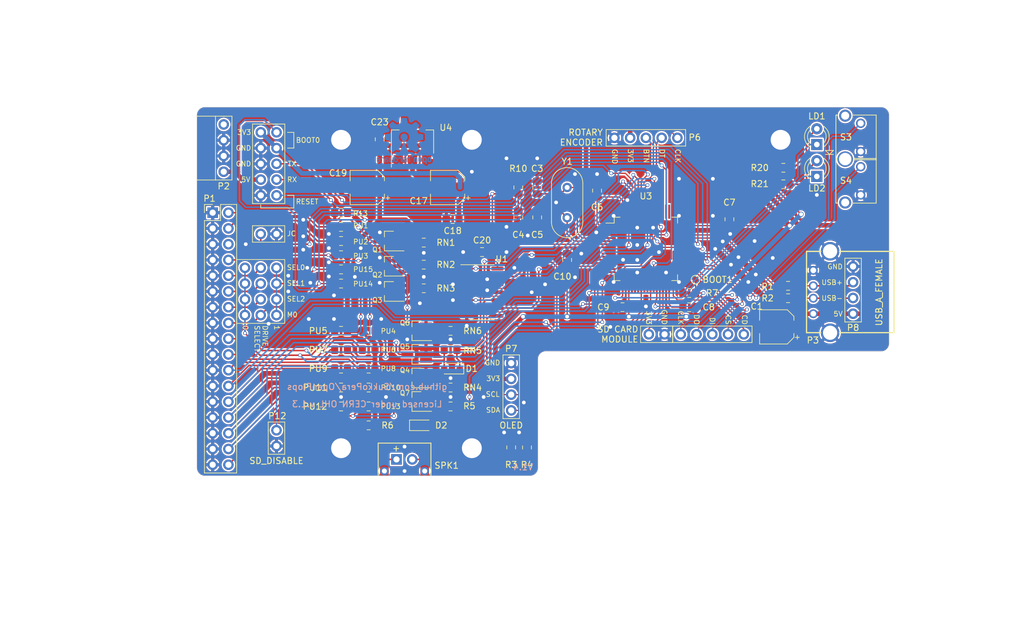
<source format=kicad_pcb>
(kicad_pcb (version 20240108) (generator "pcbnew") (generator_version "8.0")
  (title_block (title "OpenFlops") (date "2023-02-06") (rev "2") (company "SukkoPera") (comment 1 "Licensed under CERN OHL v.1.2"))
  (layers (0 "F.Cu" signal) (31 "B.Cu" signal) (34 "B.Paste" user) (35 "F.Paste" user) (36 "B.SilkS" user "B.Silkscreen") (37 "F.SilkS" user "F.Silkscreen") (38 "B.Mask" user) (39 "F.Mask" user) (44 "Edge.Cuts" user))
  (net 0 "")
  (net 1 "GND")
  (net 2 "Net-(U3-PD0)")
  (net 3 "/nrst")
  (net 4 "Net-(U3-PD1)")
  (net 5 "+3V3")
  (net 6 "+5V")
  (net 7 "Net-(D1-A)")
  (net 8 "Net-(D1-K)")
  (net 9 "/disp_clk")
  (net 10 "/disp_dio")
  (net 11 "/~{selx}")
  (net 12 "/~{dskchg}")
  (net 13 "/~{inuse}")
  (net 14 "/~{index}")
  (net 15 "/~{sel0}")
  (net 16 "/~{sel1}")
  (net 17 "/~{mtron}")
  (net 18 "/~{sel3}")
  (net 19 "Net-(LD1-A)")
  (net 20 "/dir")
  (net 21 "/~{wprot}")
  (net 22 "/~{rdata}")
  (net 23 "/~{side}")
  (net 24 "/~{rdy}")
  (net 25 "/rx")
  (net 26 "/tx")
  (net 27 "/boot0")
  (net 28 "/ja")
  (net 29 "/jb")
  (net 30 "/jc")
  (net 31 "Net-(LD2-A)")
  (net 33 "Net-(P12-Pin_1)")
  (net 34 "Net-(Q1-G)")
  (net 35 "Net-(Q2-G)")
  (net 36 "/usb+")
  (net 37 "/usb-")
  (net 38 "Net-(RN1-Pad2)")
  (net 39 "Net-(RN2-Pad2)")
  (net 40 "Net-(RN3-Pad2)")
  (net 41 "Net-(RN4-Pad2)")
  (net 42 "Net-(RN6-Pad2)")
  (net 43 "/~{index_3v3}")
  (net 44 "/~{trk0_3v3}")
  (net 45 "/~{wprot_3v3}")
  (net 46 "/~{rdy_3v3}")
  (net 47 "/~{rdata_3v3}")
  (net 48 "/~{dskchg_3v3}")
  (net 49 "Net-(Q3-G)")
  (net 50 "/~{sely}")
  (net 51 "Net-(Q4-G)")
  (net 52 "/enc_dt")
  (net 53 "/enc_clk")
  (net 54 "Net-(Q6-G)")
  (net 55 "/~{sel2}")
  (net 56 "/spk-")
  (net 57 "/spk+")
  (net 58 "/usb+r")
  (net 59 "/usb-r")
  (net 60 "/boot1")
  (net 61 "Net-(Q7-B)")
  (net 62 "Net-(U3-PC7)")
  (net 63 "Net-(U3-PC8)")
  (net 73 "/swclk")
  (net 75 "/spi_cd")
  (net 76 "/spi_clk")
  (net 77 "/spi_do")
  (net 78 "/spi_di")
  (net 79 "/spi_cs")
  (net 80 "/~{step}")
  (net 81 "/~{wdata}")
  (net 82 "/~{wgate}")
  (net 83 "/~{trk0}")
  (footprint "Capacitor_SMD:C_0805_2012Metric_Pad1.15x1.40mm_HandSolder" (layer "F.Cu") (at 150.114 68.326 90)
    (property "Reference" "C3")
    (property "Value" "22p")
  )
  (footprint "Capacitor_SMD:C_0805_2012Metric_Pad1.15x1.40mm_HandSolder" (layer "F.Cu") (at 147.066 73.152 -90)
    (property "Reference" "C4")
    (property "Value" "100n")
  )
  (footprint "Capacitor_SMD:C_0805_2012Metric_Pad1.15x1.40mm_HandSolder" (layer "F.Cu") (at 150.114 73.152 -90)
    (property "Reference" "C5")
    (property "Value" "22p")
  )
  (footprint "Capacitor_SMD:C_0805_2012Metric_Pad1.15x1.40mm_HandSolder" (layer "F.Cu") (at 159.766 68.834 90)
    (property "Reference" "C6")
    (property "Value" "100n")
  )
  (footprint "Capacitor_SMD:C_0805_2012Metric_Pad1.15x1.40mm_HandSolder" (layer "F.Cu") (at 181.102 73.457 90)
    (property "Reference" "C7")
    (property "Value" "100n")
  )
  (footprint "Capacitor_SMD:C_0805_2012Metric_Pad1.15x1.40mm_HandSolder" (layer "F.Cu") (at 163.865 87.63 180)
    (property "Reference" "C9")
    (property "Value" "100n")
  )
  (footprint "Capacitor_SMD:C_0805_2012Metric_Pad1.15x1.40mm_HandSolder" (layer "F.Cu") (at 154.94 80.01 90)
    (property "Reference" "C10")
    (property "Value" "100n")
  )
  (footprint "Capacitor_SMD:CP_Elec_5x5.8" (layer "F.Cu") (at 135.668 68.326 180)
    (property "Reference" "C17")
    (property "Value" "10u")
  )
  (footprint "Capacitor_SMD:C_0805_2012Metric_Pad1.15x1.40mm_HandSolder" (layer "F.Cu") (at 136.48562 73.406 180)
    (property "Reference" "C18")
    (property "Value" "100n")
  )
  (footprint "Capacitor_SMD:CP_Elec_5x5.8" (layer "F.Cu") (at 122.714 68.326 180)
    (property "Reference" "C19")
    (property "Value" "10u")
  )
  (footprint "Capacitor_SMD:C_0805_2012Metric_Pad1.15x1.40mm_HandSolder" (layer "F.Cu") (at 141.224 78.74 180)
    (property "Reference" "C20")
    (property "Value" "100n")
  )
  (footprint "Capacitor_SMD:C_0805_2012Metric_Pad1.15x1.40mm_HandSolder" (layer "F.Cu") (at 124.714 60.561 90)
    (property "Reference" "C23")
    (property "Value" "100n")
  )
  (footprint "LED_THT:LED_D3.0mm" (layer "F.Cu") (at 195.199 61.402 90)
    (property "Reference" "LD1")
    (property "Value" "LED_GREEN")
  )
  (footprint "Connector_PinHeader_2.54mm:PinHeader_2x17_P2.54mm_Vertical" (layer "F.Cu") (at 97.79 72.39)
    (property "Reference" "P1")
    (property "Value" "FLOPPY_CONN")
  )
  (footprint "Resistor_SMD:R_0805_2012Metric_Pad1.15x1.40mm_HandSolder" (layer "F.Cu") (at 118.491 74.676 180)
    (property "Reference" "PU1")
    (property "Value" "1k")
  )
  (footprint "Resistor_SMD:R_0805_2012Metric_Pad1.15x1.40mm_HandSolder" (layer "F.Cu") (at 118.491 76.962 180)
    (property "Reference" "PU2")
    (property "Value" "1k")
  )
  (footprint "Resistor_SMD:R_0805_2012Metric_Pad1.15x1.40mm_HandSolder" (layer "F.Cu") (at 118.491 79.248 180)
    (property "Reference" "PU3")
    (property "Value" "1k")
  )
  (footprint "Resistor_SMD:R_0805_2012Metric_Pad1.15x1.40mm_HandSolder" (layer "F.Cu") (at 122.936 91.44 180)
    (property "Reference" "PU4")
    (property "Value" "1k")
  )
  (footprint "Resistor_SMD:R_0805_2012Metric_Pad1.15x1.40mm_HandSolder" (layer "F.Cu") (at 118.491 91.44 180)
    (property "Reference" "PU5")
    (property "Value" "1k")
  )
  (footprint "Resistor_SMD:R_0805_2012Metric_Pad1.15x1.40mm_HandSolder" (layer "F.Cu") (at 122.936 94.488 180)
    (property "Reference" "PU6")
    (property "Value" "1k")
  )
  (footprint "Resistor_SMD:R_0805_2012Metric_Pad1.15x1.40mm_HandSolder" (layer "F.Cu") (at 118.491 94.488 180)
    (property "Reference" "PU7")
    (property "Value" "1k")
  )
  (footprint "Resistor_SMD:R_0805_2012Metric_Pad1.15x1.40mm_HandSolder" (layer "F.Cu") (at 122.936 97.536 180)
    (property "Reference" "PU8")
    (property "Value" "1k")
  )
  (footprint "Resistor_SMD:R_0805_2012Metric_Pad1.15x1.40mm_HandSolder" (layer "F.Cu") (at 118.491 97.536 180)
    (property "Reference" "PU9")
    (property "Value" "1k")
  )
  (footprint "Resistor_SMD:R_0805_2012Metric_Pad1.15x1.40mm_HandSolder" (layer "F.Cu") (at 122.936 100.584 180)
    (property "Reference" "PU10")
    (property "Value" "1k")
  )
  (footprint "Resistor_SMD:R_0805_2012Metric_Pad1.15x1.40mm_HandSolder" (layer "F.Cu") (at 118.491 100.584 180)
    (property "Reference" "PU11")
    (property "Value" "1k")
  )
  (footprint "Resistor_SMD:R_0805_2012Metric_Pad1.15x1.40mm_HandSolder" (layer "F.Cu") (at 118.491 103.632 180)
    (property "Reference" "PU12")
    (property "Value" "1k")
  )
  (footprint "Resistor_SMD:R_0805_2012Metric_Pad1.15x1.40mm_HandSolder" (layer "F.Cu") (at 122.936 103.632 180)
    (property "Reference" "PU13")
    (property "Value" "1k")
  )
  (footprint "Resistor_SMD:R_0805_2012Metric_Pad1.15x1.40mm_HandSolder" (layer "F.Cu") (at 190.5635 84.183 180)
    (property "Reference" "R1")
    (property "Value" "22")
  )
  (footprint "Resistor_SMD:R_0805_2012Metric_Pad1.15x1.40mm_HandSolder" (layer "F.Cu") (at 190.5635 86.183 180)
    (property "Reference" "R2")
    (property "Value" "22")
  )
  (footprint "Resistor_SMD:R_0805_2012Metric_Pad1.15x1.40mm_HandSolder" (layer "F.Cu") (at 147.066 68.326 -90)
    (property "Reference" "R10")
    (property "Value" "4k7")
  )
  (footprint "Resistor_SMD:R_0805_2012Metric_Pad1.15x1.40mm_HandSolder" (layer "F.Cu") (at 189.8015 65.151 180)
    (property "Reference" "R20")
    (property "Value" "1k")
  )
  (footprint "Resistor_SMD:R_0805_2012Metric_Pad1.15x1.40mm_HandSolder" (layer "F.Cu") (at 131.826 77.216)
    (property "Reference" "RN1")
    (property "Value" "1K")
  )
  (footprint "Resistor_SMD:R_0805_2012Metric_Pad1.15x1.40mm_HandSolder" (layer "F.Cu") (at 131.826 80.772)
    (property "Reference" "RN2")
    (property "Value" "1K")
  )
  (footprint "Resistor_SMD:R_0805_2012Metric_Pad1.15x1.40mm_HandSolder" (layer "F.Cu") (at 131.826 84.582)
    (property "Reference" "RN3")
    (property "Value" "1K")
  )
  (footprint "Resistor_SMD:R_0805_2012Metric_Pad1.15x1.40mm_HandSolder" (layer "F.Cu") (at 136.144 100.584)
    (property "Reference" "RN4")
    (property "Value" "1K")
  )
  (footprint "Resistor_SMD:R_0805_2012Metric_Pad1.15x1.40mm_HandSolder" (layer "F.Cu") (at 136.144 94.488)
    (property "Reference" "RN5")
    (property "Value" "1K")
  )
  (footprint "Resistor_SMD:R_0805_2012Metric_Pad1.15x1.40mm_HandSolder" (layer "F.Cu") (at 136.144 91.44)
    (property "Reference" "RN6")
    (property "Value" "1K")
  )
  (footprint "Package_SO:SOIC-14_3.9x8.7mm_P1.27mm" (layer "F.Cu") (at 141.224 85.217)
    (property "Reference" "U1")
    (property "Value" "74HCT04")
  )
  (footprint "Package_TO_SOT_SMD:SOT-223-3_TabPin2" (layer "F.Cu") (at 130.00862 60.96 90)
    (property "Reference" "U4")
    (property "Value" "LM1117-3.3")
  )
  (footprint "Crystal:Crystal_HC49-U_Vertical" (layer "F.Cu") (at 154.94 68.326 -90)
    (property "Reference" "Y1")
    (property "Value" "8 MHz")
  )
  (footprint "Capacitor_SMD:CP_Elec_5x5.8" (layer "F.Cu") (at 188.738 90.805 180)
    (property "Reference" "C1")
    (property "Value" "100u")
  )
  (footprint "Resistor_SMD:R_0805_2012Metric_Pad1.15x1.40mm_HandSolder" (layer "F.Cu") (at 118.491 72.39 180)
    (property "Reference" "R13")
    (property "Value" "4k7")
  )
  (footprint "OpenFlops:USB_A_FEMALE" (layer "F.Cu") (at 201.1375 85.183 90)
    (property "Reference" "P3")
    (property "Value" "USB_A_FEMALE")
  )
  (footprint "OpenFlops:PUSH_BUTTON_RIGHT_ANGLE" (layer "F.Cu") (at 202.271 60.254 90)
    (property "Reference" "S3")
    (property "Value" "BT_RIGHT" (hide yes))
  )
  (footprint "OpenFlops:PUSH_BUTTON_RIGHT_ANGLE" (layer "F.Cu") (at 202.271 67.254 90)
    (property "Reference" "S4")
    (property "Value" "BT_LEFT" (hide yes))
  )
  (footprint "OpenFlops:MountingHole_M3_Pad" (layer "F.Cu") (at 118.491 60.6425)
    (property "Reference" "H1" (hide yes))
    (property "Value" "MountingHole_Pad")
  )
  (footprint "OpenFlops:MountingHole_M3_Pad" (layer "F.Cu") (at 139.573 60.6425)
    (property "Reference" "H2" (hide yes))
    (property "Value" "MountingHole_Pad")
  )
  (footprint "OpenFlops:MountingHole_M3_Pad" (layer "F.Cu") (at 118.491 110.363)
    (property "Reference" "H3" (hide yes))
    (property "Value" "MountingHole_Pad")
  )
  (footprint "OpenFlops:MountingHole_M3_Pad" (layer "F.Cu") (at 139.573 110.363)
    (property "Reference" "H4" (hide yes))
    (property "Value" "MountingHole_Pad")
  )
  (footprint "OpenFlops:MountingHole_M3_Pad" (layer "F.Cu") (at 189.357 60.6425)
    (property "Reference" "H5" (hide yes))
    (property "Value" "MountingHole_Pad")
  )
  (footprint "LED_THT:LED_D3.0mm" (layer "F.Cu") (at 195.199 66.548 90)
    (property "Reference" "LD2")
    (property "Value" "LED_RED")
  )
  (footprint "Resistor_SMD:R_0805_2012Metric_Pad1.15x1.40mm_HandSolder" (layer "F.Cu") (at 118.491 83.82 180)
    (property "Reference" "PU14")
    (property "Value" "1k")
  )
  (footprint "Resistor_SMD:R_0805_2012Metric_Pad1.15x1.40mm_HandSolder" (layer "F.Cu") (at 118.491 81.534)
    (property "Reference" "PU15")
    (property "Value" "1k")
  )
  (footprint "Resistor_SMD:R_0805_2012Metric_Pad1.15x1.40mm_HandSolder" (layer "F.Cu") (at 145.923 110.236 90)
    (property "Reference" "R3")
    (property "Value" "3.3K")
  )
  (footprint "Resistor_SMD:R_0805_2012Metric_Pad1.15x1.40mm_HandSolder" (layer "F.Cu") (at 148.463 110.245 90)
    (property "Reference" "R4")
    (property "Value" "3.3K")
  )
  (footprint "Resistor_SMD:R_0805_2012Metric_Pad1.15x1.40mm_HandSolder" (layer "F.Cu") (at 136.144 103.632)
    (property "Reference" "R5")
    (property "Value" "1K")
  )
  (footprint "Resistor_SMD:R_0805_2012Metric_Pad1.15x1.40mm_HandSolder" (layer "F.Cu") (at 122.936 106.68)
    (property "Reference" "R6")
    (property "Value" "22")
  )
  (footprint "Resistor_SMD:R_0805_2012Metric_Pad1.15x1.40mm_HandSolder" (layer "F.Cu") (at 189.8015 67.818 180)
    (property "Reference" "R21")
    (property "Value" "1k")
  )
  (footprint "OpenFlops:Buzzer" (layer "F.Cu") (at 125.476 114.046)
    (property "Reference" "SPK1")
    (property "Value" "Speaker")
  )
  (footprint "Package_TO_SOT_SMD:SOT-23_Handsoldering" (layer "F.Cu") (at 130.683 102.832 180)
    (property "Reference" "Q7")
    (property "Value" "MMBT3904")
  )
  (footprint "OpenFlops:PinHeader_1x05_P2.54mm_Vertical" (layer "F.Cu") (at 162.56 60.325 90)
    (property "Reference" "P6")
    (property "Value" "ENCODER_PORT")
  )
  (footprint "OpenFlops:PinHeader_1x04_P2.54mm_Vertical" (layer "F.Cu") (at 145.923 96.647)
    (property "Reference" "P7")
    (property "Value" "DISPLAY_PORT")
  )
  (footprint "Capacitor_SMD:C_0805_2012Metric_Pad1.15x1.40mm_HandSolder" (layer "F.Cu") (at 174.625 87.63)
    (property "Reference" "C8")
    (property "Value" "100n")
  )
  (footprint "Package_TO_SOT_SMD:SOT-23_Handsoldering" (layer "F.Cu") (at 126.238 76.962 180)
    (property "Reference" "Q1")
    (property "Value" "BSS138")
  )
  (footprint "Package_TO_SOT_SMD:SOT-23_Handsoldering" (layer "F.Cu") (at 126.238 81.026 180)
    (property "Reference" "Q2")
    (property "Value" "BSS138")
  )
  (footprint "Package_TO_SOT_SMD:SOT-23_Handsoldering" (layer "F.Cu") (at 126.238 85.09 180)
    (property "Reference" "Q3")
    (property "Value" "BSS138")
  )
  (footprint "Package_TO_SOT_SMD:SOT-23_Handsoldering" (layer "F.Cu") (at 130.683 99.034666 180)
    (property "Reference" "Q4")
    (property "Value" "BSS138")
  )
  (footprint "Package_TO_SOT_SMD:SOT-23_Handsoldering" (layer "F.Cu") (at 130.683 95.237333 180)
    (property "Reference" "Q5")
    (property "Value" "BSS138")
  )
  (footprint "Package_TO_SOT_SMD:SOT-23_Handsoldering" (layer "F.Cu") (at 130.683 91.44 180)
    (property "Reference" "Q6")
    (property "Value" "BSS138")
  )
  (footprint "Diode_SMD:D_SOD-323_HandSoldering" (layer "F.Cu") (at 136.369 97.536 180)
    (property "Reference" "D1")
    (property "Value" "1N4148")
  )
  (footprint "Diode_SMD:D_SOD-323_HandSoldering" (layer "F.Cu") (at 131.433 106.68)
    (property "Reference" "D2")
    (property "Value" "1N4148")
  )
  (footprint "OpenFlops:PinHeader_1x04_P2.54mm_Vertical" (layer "F.Cu") (at 201.041 88.683 180)
    (property "Reference" "P8")
    (property "Value" "USB_HEADER")
  )
  (footprint "OpenFlops:PinHeader_1x03_P2.54mm_Mute" (layer "F.Cu") (at 102.997 81.28 90)
    (property "Reference" "PA5" (hide yes))
    (property "Value" "Conn_01x03")
  )
  (footprint "OpenFlops:PinHeader_1x03_P2.54mm_Mute" (layer "F.Cu") (at 102.997 83.82 90)
    (property "Reference" "PB5" (hide yes))
    (property "Value" "Conn_01x03")
  )
  (footprint "OpenFlops:PinHeader_1x03_P2.54mm_Mute" (layer "F.Cu") (at 102.997 86.36 90)
    (property "Reference" "PC5" (hide yes))
    (property "Value" "Conn_01x03")
  )
  (footprint "OpenFlops:PinHeader_1x03_P2.54mm_Mute" (layer "F.Cu") (at 102.997 88.9 90)
    (property "Reference" "PD5" (hide yes))
    (property "Value" "Conn_01x03")
  )
  (footprint "OpenFlops:PinHeader_1x04_P2.54mm_Vertical" (layer "F.Cu") (at 99.568 65.786 180)
    (property "Reference" "P2")
    (property "Value" "POWER_INPUT")
  )
  (footprint "OpenFlops:PinHeader_2x05_P2.54mm_Vertical" (layer "F.Cu") (at 108.087 69.596 180)
    (property "Reference" "P4" (hide yes))
    (property "Value" "PROG_PORT")
  )
  (footprint "OpenFlops:PinHeader_1x02_P2.54mm_Vertical" (layer "F.Cu") (at 105.537 75.819 90)
    (property "Reference" "P5" (hide yes))
    (property "Value" "JUMPER_JC")
  )
  (footprint "OpenFlops:PinHeader_1x02_P2.54mm_Mute" (layer "F.Cu") (at 127.426 112.171 90)
    (property "Reference" "P9" (hide yes))
    (property "Value" "EXTERNAL_SPEAKER" (hide yes))
  )
  (footprint "OpenFlops:LQFP-64_Handsoldering" (layer "F.Cu") (at 167.64 78.232)
    (property "Reference" "U3")
    (property "Value" "STM32F105RBT6")
  )
  (footprint "Resistor_SMD:R_0805_2012Metric_Pad1.15x1.40mm_HandSolder" (layer "F.Cu") (at 174.625 85.344)
    (property "Reference" "R7")
    (property "Value" "4k7")
  )
  (footprint "TestPoint:TestPoint_Pad_D1.0mm" (layer "F.Cu") (at 175.641 83.185)
    (property "Reference" "TP1" (hide yes))
    (property "Value" "BOOT1")
  )
  (footprint "OpenFlops:PinHeader_1x05_P2.54mm_Vertical" (layer "F.Cu") (at 183.425 92 -90)
    (property "Reference" "P10" (hide yes))
    (property "Value" "SD CARD" (hide yes))
  )
  (footprint "OpenFlops:PinHeader_1x02_P2.54mm_Vertical" (layer "F.Cu") (at 108.077 107.475)
    (property "Reference" "P12")
    (property "Value" "SD_DISABLE")
  )
  (footprint "OpenFlops:PinHeader_1x02_P2.54mm_Vertical" (layer "F.Cu") (at 170.65 92 -90)
    (property "Reference" "P11" (hide yes))
    (property "Value" "SD PWR" (hide yes))
  )
  (footprint "Symbol:OSHW-Logo2_9.8x8mm_Copper" (layer "B.Cu") (at 128.651 60.833 180)
    (property "Reference" "J99" (hide yes))
    (property "Value" "OSHW_LOGO" (hide yes))
  )
  (gr_line (start 98.238 56.836) (end 95.25 56.836) (stroke (width 0.12)) (layer "F.SilkS"))
  (gr_line (start 109.855 59.436) (end 110.871 59.436) (stroke (width 0.12)) (layer "F.SilkS"))
  (gr_line (start 110.871 59.436) (end 110.871 61.976) (stroke (width 0.12)) (layer "F.SilkS"))
  (gr_line (start 197.231 62.992) (end 196.596 62.357) (stroke (width 0.12)) (layer "F.SilkS"))
  (gr_line (start 110.871 69.596) (end 109.855 69.596) (stroke (width 0.12)) (layer "F.SilkS"))
  (gr_line (start 110.871 71.628) (end 110.871 69.596) (stroke (width 0.12)) (layer "F.SilkS"))
  (gr_line (start 105.537 71.628) (end 110.871 71.628) (stroke (width 0.12)) (layer "F.SilkS"))
  (gr_line (start 101.667 90.23) (end 101.667 79.9465) (stroke (width 0.12)) (layer "F.SilkS"))
  (gr_line (start 105.537 71.12) (end 105.537 71.628) (stroke (width 0.12)) (layer "F.SilkS"))
  (gr_line (start 196.596 62.992) (end 197.866 62.992) (stroke (width 0.12)) (layer "F.SilkS"))
  (gr_line (start 98.238 67.116) (end 95.25 67.116) (stroke (width 0.12)) (layer "F.SilkS"))
  (gr_line (start 101.6635 79.95) (end 109.407 79.95) (stroke (width 0.12)) (layer "F.SilkS"))
  (gr_line (start 196.596 62.357) (end 197.866 62.357) (stroke (width 0.12)) (layer "F.SilkS"))
  (gr_line (start 197.231 62.357) (end 197.231 61.595) (stroke (width 0.12)) (layer "F.SilkS"))
  (gr_line (start 109.407 79.95) (end 109.407 90.23) (stroke (width 0.12)) (layer "F.SilkS"))
  (gr_line (start 109.407 90.23) (end 101.667 90.23) (stroke (width 0.12)) (layer "F.SilkS"))
  (gr_line (start 197.231 62.992) (end 197.231 63.754) (stroke (width 0.12)) (layer "F.SilkS"))
  (gr_line (start 110.871 61.976) (end 109.855 61.976) (stroke (width 0.12)) (layer "F.SilkS"))
  (gr_line (start 197.866 62.357) (end 197.231 62.992) (stroke (width 0.12)) (layer "F.SilkS"))
  (gr_line (start 151.511 94.742) (end 205.58 94.75) (stroke (width 0.05)) (layer "Edge.Cuts"))
  (gr_line (start 96.52 114.808) (end 148.971 114.808) (stroke (width 0.05)) (layer "Edge.Cuts"))
  (gr_line (start 206.85 56.65) (end 206.85 93.48) (stroke (width 0.05)) (layer "Edge.Cuts"))
  (gr_line (start 95.25 56.642) (end 95.25 113.538) (stroke (width 0.05)) (layer "Edge.Cuts"))
  (gr_arc (start 150.241 113.538) (mid 149.869026 114.436026) (end 148.971 114.808) (stroke (width 0.05)) (layer "Edge.Cuts"))
  (gr_arc (start 96.52 114.808) (mid 95.621974 114.436026) (end 95.25 113.538) (stroke (width 0.05)) (layer "Edge.Cuts"))
  (gr_arc (start 206.85 93.48) (mid 206.478026 94.378026) (end 205.58 94.75) (stroke (width 0.05)) (layer "Edge.Cuts"))
  (gr_line (start 96.52 55.372) (end 205.58 55.38) (stroke (width 0.05)) (layer "Edge.Cuts"))
  (gr_arc (start 95.25 56.642) (mid 95.621974 55.743974) (end 96.52 55.372) (stroke (width 0.05)) (layer "Edge.Cuts"))
  (gr_arc (start 150.241 96.012) (mid 150.612974 95.113974) (end 151.511 94.742) (stroke (width 0.05)) (layer "Edge.Cuts"))
  (gr_arc (start 205.58 55.38) (mid 206.478026 55.751974) (end 206.85 56.65) (stroke (width 0.05)) (layer "Edge.Cuts"))
  (gr_line (start 150.241 113.538) (end 150.241 96.012) (stroke (width 0.05)) (layer "Edge.Cuts"))
  (gr_text "Licensed under CERN OHL v.1.3" (at 122.682 103.251 0) (layer "B.SilkS") (effects (font (size 1 1)) (justify mirror)))
  (gr_text "github.com/SukkoPera/OpenFlops" (at 122.682 100.457 0) (layer "B.SilkS") (effects (font (size 1 1)) (justify mirror)))
  (gr_text "V1.4" (at 147.828 113.411 0) (layer "B.SilkS") (effects (font (size 1 1)) (justify mirror)))
  (gr_text "3V3" (at 102.87 59.436 0) (layer "F.SilkS") (effects (font (size 0.8 0.8) (thickness 0.12))))
  (gr_text "GND" (at 102.755714 61.976 0) (layer "F.SilkS") (effects (font (size 0.8 0.8) (thickness 0.12))))
  (gr_text "GND" (at 102.755714 64.516 0) (layer "F.SilkS") (effects (font (size 0.8 0.8) (thickness 0.12))))
  (gr_text "5V" (at 103.123952 67.056 0) (layer "F.SilkS") (effects (font (size 0.8 0.8) (thickness 0.12))))
  (gr_text "0" (at 103.051 90.932 270) (layer "F.SilkS") (effects (font (size 0.8 0.8) (thickness 0.12))))
  (gr_text "1" (at 108.131 90.932 270) (layer "F.SilkS") (effects (font (size 0.8 0.8) (thickness 0.12))))
  (gr_text "JC" (at 110.49 75.765 0) (layer "F.SilkS") (effects (font (size 0.8 0.8) (thickness 0.12))))
  (gr_text "M0" (at 110.617 88.846 0) (layer "F.SilkS") (effects (font (size 0.8 0.8) (thickness 0.12))))
  (gr_text "CLK" (at 172.774 63.246 270) (layer "F.SilkS") (effects (font (size 0.8 0.8) (thickness 0.12))))
  (gr_text "DT" (at 170.234 62.826953 270) (layer "F.SilkS") (effects (font (size 0.8 0.8) (thickness 0.12))))
  (gr_text "BTN" (at 167.694 63.246 270) (layer "F.SilkS") (effects (font (size 0.8 0.8) (thickness 0.12))))
  (gr_text "3V3" (at 165.154 63.226953 270) (layer "F.SilkS") (effects (font (size 0.8 0.8) (thickness 0.12))))
  (gr_text "GND" (at 162.614 63.341238 270) (layer "F.SilkS") (effects (font (size 0.8 0.8) (thickness 0.12))))
  (gr_text "GND" (at 142.906762 96.593 0) (layer "F.SilkS") (effects (font (size 0.8 0.8) (thickness 0.12))))
  (gr_text "3V3" (at 143.021048 99.133 0) (layer "F.SilkS") (effects (font (size 0.8 0.8) (thickness 0.12))))
  (gr_text "SCL" (at 142.944857 101.673 0) (layer "F.SilkS") (effects (font (size 0.8 0.8) (thickness 0.12))))
  (gr_text "SDA" (at 143.002 104.213 0) (layer "F.SilkS") (effects (font (size 0.8 0.8) (thickness 0.12))))
  (gr_text "OLED" (at 145.923 106.68 0) (layer "F.SilkS") (effects (font (size 1 1))))
  (gr_text "5V" (at 198.628 88.719 0) (layer "F.SilkS") (effects (font (size 0.8 0.8) (thickness 0.12))))
  (gr_text "USB-" (at 197.656572 86.179 0) (layer "F.SilkS") (effects (font (size 0.8 0.8) (thickness 0.12))))
  (gr_text "USB+" (at 197.656572 83.639 0) (layer "F.SilkS") (effects (font (size 0.8 0.8) (thickness 0.12))))
  (gr_text "GND" (at 198.132762 81.099 0) (layer "F.SilkS") (effects (font (size 0.8 0.8) (thickness 0.12))))
  (gr_text "+" (at 127.381 110.363 0) (layer "F.SilkS") (effects (font (size 1 1))))
  (gr_text "SEL2" (at 111.226524 86.306 0) (layer "F.SilkS") (effects (font (size 0.8 0.8) (thickness 0.12))))
  (gr_text "SEL1" (at 111.226524 83.766 0) (layer "F.SilkS") (effects (font (size 0.8 0.8) (thickness 0.12))))
  (gr_text "SEL0" (at 111.226524 81.226 0) (layer "F.SilkS") (effects (font (size 0.8 0.8) (thickness 0.12))))
  (gr_text "DRIVE\nSELECT" (at 105.591 90.491048 270) (layer "F.SilkS") (effects (font (size 0.8 0.8) (thickness 0.12)) (justify left)))
  (gr_text "GND" (at 170.6 89.223905 270) (layer "F.SilkS") (effects (font (size 0.8 0.8) (thickness 0.12))))
  (gr_text "TX" (at 110.585428 64.516 0) (layer "F.SilkS") (effects (font (size 0.8 0.8) (thickness 0.12))))
  (gr_text "ROTARY\nENCODER" (at 160.782 60.2575 0) (layer "F.SilkS") (effects (font (size 1 1)) (justify right)))
  (gr_text "CD" (at 183.54 89.642953 270) (layer "F.SilkS") (effects (font (size 0.8 0.8) (thickness 0.12))))
  (gr_text "CS" (at 180.9 89.662 270) (layer "F.SilkS") (effects (font (size 0.8 0.8) (thickness 0.12))))
  (gr_text "RX" (at 110.585428 67.056 0) (layer "F.SilkS") (effects (font (size 0.8 0.8) (thickness 0.12))))
  (gr_text "SD CARD\nMODULE" (at 166.497 92 0) (layer "F.SilkS") (effects (font (size 1 1)) (justify right)))
  (gr_text "CLK" (at 173.25 89.319143 270) (layer "F.SilkS") (effects (font (size 0.8 0.8) (thickness 0.12))))
  (gr_text "BOOT1" (at 179.197 83.185 0) (layer "F.SilkS") (effects (font (size 1 1))))
  (gr_text "RESET" (at 113.03 70.612 0) (layer "F.SilkS") (effects (font (size 0.8 0.8) (thickness 0.12))))
  (gr_text "BOOT0" (at 113.157 60.706 0) (layer "F.SilkS") (effects (font (size 0.8 0.8) (thickness 0.12))))
  (gr_text "DI" (at 178.345 89.852477 270) (layer "F.SilkS") (effects (font (size 0.8 0.8) (thickness 0.12))))
  (gr_text "DO" (at 175.8 89.623905 270) (layer "F.SilkS") (effects (font (size 0.8 0.8) (thickness 0.12))))
  (gr_text "3V3" (at 168.1 89.338191 270) (layer "F.SilkS") (effects (font (size 0.8 0.8) (thickness 0.12))))
  (via (at 125.73 102.108) (size 0.8) (drill 0.6) (layers "F.Cu" "B.Cu") (net 1))
  (via (at 118.491 102.108) (size 0.8) (drill 0.6) (layers "F.Cu" "B.Cu") (net 1))
  (via (at 136.144 102.108) (size 0.8) (drill 0.6) (layers "F.Cu" "B.Cu") (net 1))
  (via (at 136.144 99.06) (size 0.8) (drill 0.6) (layers "F.Cu" "B.Cu") (net 1))
  (via (at 141.478 102.108) (size 0.8) (drill 0.6) (layers "F.Cu" "B.Cu") (net 1))
  (via (at 145.161 74.676) (size 0.8) (drill 0.6) (layers "F.Cu" "B.Cu") (net 1))
  (via (at 139.573 65.786) (size 0.8) (drill 0.6) (layers "F.Cu" "B.Cu") (net 1))
  (via (at 145.161 63.627) (size 0.8) (drill 0.6) (layers "F.Cu" "B.Cu") (net 1))
  (via (at 150.114 63.627) (size 0.8) (drill 0.6) (layers "F.Cu" "B.Cu") (net 1))
  (via (at 159.766 66.167) (size 0.8) (drill 0.6) (layers "F.Cu" "B.Cu") (net 1))
  (via (at 164.6555 70.358) (size 0.7) (drill 0.6) (layers "F.Cu" "B.Cu") (net 1))
  (via (at 153.162 70.739) (size 0.8) (drill 0.6) (layers "F.Cu" "B.Cu") (net 1))
  (via (at 148.589999 76.073) (size 0.8) (drill 0.6) (layers "F.Cu" "B.Cu") (net 1))
  (via (at 157.226 78.985) (size 0.8) (drill 0.6) (layers "F.Cu" "B.Cu") (net 1))
  (via (at 156.21 82.804) (size 0.8) (drill 0.6) (layers "F.Cu" "B.Cu") (net 1))
  (via (at 161.9 90.805) (size 0.8) (drill 0.6) (layers "F.Cu" "B.Cu") (net 1))
  (via (at 178.816 78.232) (size 0.8) (drill 0.6) (layers "F.Cu" "B.Cu") (net 1))
  (via (at 185.166 76.962) (size 0.8) (drill 0.6) (layers "F.Cu" "B.Cu") (net 1))
  (via (at 178.435 72.898) (size 0.8) (drill 0.6) (layers "F.Cu" "B.Cu") (net 1))
  (via (at 188.087 79.6925) (size 0.8) (drill 0.6) (layers "F.Cu" "B.Cu") (net 1))
  (via (at 195.199 69.529) (size 0.8) (drill 0.6) (layers "F.Cu" "B.Cu") (net 1))
  (via (at 178.435 66.929) (size 0.8) (drill 0.6) (layers "F.Cu" "B.Cu") (net 1))
  (via (at 172.974 66.929) (size 0.8) (drill 0.6) (layers "F.Cu" "B.Cu") (net 1))
  (via (at 117.348 89.535) (size 0.8) (drill 0.6) (layers "F.Cu" "B.Cu") (net 1))
  (via (at 113.284 89.535) (size 0.8) (drill 0.6) (layers "F.Cu" "B.Cu") (net 1))
  (via (at 136.144 92.8245) (size 0.8) (drill 0.6) (layers "F.Cu" "B.Cu") (net 1))
  (via (at 129.159 92.8245) (size 0.8) (drill 0.6) (layers "F.Cu" "B.Cu") (net 1))
  (via (at 131.191 86.995) (size 0.8) (drill 0.6) (layers "F.Cu" "B.Cu") (net 1))
  (via (at 117.348 85.725) (size 0.8) (drill 0.6) (layers "F.Cu" "B.Cu") (net 1))
  (via (at 124.714 83.693) (size 0.8) (drill 0.6) (layers "F.Cu" "B.Cu") (net 1))
  (via (at 131.826 82.733806) (size 0.8) (drill 0.6) (layers "F.Cu" "B.Cu") (net 1))
  (via (at 124.738 75.565) (size 0.8) (drill 0.6) (layers "F.Cu" "B.Cu") (net 1))
  (via (at 116.5225 75.819) (size 0.8) (drill 0.6) (layers "F.Cu" "B.Cu") (net 1))
  (via (at 116.5225 78.105) (size 0.8) (drill 0.6) (layers "F.Cu" "B.Cu") (net 1))
  (via (at 112.395 73.533) (size 0.8) (drill 0.6) (layers "F.Cu" "B.Cu") (net 1))
  (via (at 112.395 76.2) (size 0.8) (drill 0.6) (layers "F.Cu" "B.Cu") (net 1))
  (via (at 112.395 78.359) (size 0.8) (drill 0.6) (layers "F.Cu" "B.Cu") (net 1))
  (via (at 113.03 81.28) (size 0.8) (drill 0.6) (layers "F.Cu" "B.Cu") (net 1))
  (via (at 163.957 79.982) (size 0.8) (drill 0.6) (layers "F.Cu" "B.Cu") (net 1))
  (via (at 166.243 82.042) (size 0.8) (drill 0.6) (layers "F.Cu" "B.Cu") (net 1))
  (via (at 170.89 82.042) (size 0.8) (drill 0.6) (layers "F.Cu" "B.Cu") (net 1))
  (via (at 166.243 74.803) (size 0.8) (drill 0.6) (layers "F.Cu" "B.Cu") (net 1))
  (via (at 168.8 74.803) (size 0.8) (drill 0.6) (layers "F.Cu" "B.Cu") (net 1))
  (via (at 162.433 72.898) (size 0.8) (drill 0.6) (layers "F.Cu" "B.Cu") (net 1))
  (via (at 172.974 72.898) (size 0.8) (drill 0.6) (layers "F.Cu" "B.Cu") (net 1))
  (via (at 136.525 86.487) (size 0.8) (drill 0.6) (layers "F.Cu" "B.Cu") (net 1))
  (via (at 136.525 83.947) (size 0.8) (drill 0.6) (layers "F.Cu" "B.Cu") (net 1))
  (via (at 138.176 78.74) (size 0.8) (drill 0.6) (layers "F.Cu" "B.Cu") (net 1))
  (via (at 131.826 78.867) (size 0.8) (drill 0.6) (layers "F.Cu" "B.Cu") (net 1))
  (via (at 145.161 78.74) (size 0.8) (drill 0.6) (layers "F.Cu" "B.Cu") (net 1))
  (via (at 146.431 81.28) (size 0.8) (drill 0.6) (layers "F.Cu" "B.Cu") (net 1))
  (via (at 142.0495 83.1215) (size 0.8) (drill 0.6) (layers "F.Cu" "B.Cu") (net 1))
  (via (at 142.0495 84.8995) (size 0.8) (drill 0.6) (layers "F.Cu" "B.Cu") (net 1))
  (via (at 138.7475 90.6145) (size 0.8) (drill 0.6) (layers "F.Cu" "B.Cu") (net 1))
  (via (at 151.384 83.947) (size 0.8) (drill 0.6) (layers "F.Cu" "B.Cu") (net 1))
  (via (at 103.124 77.47) (size 0.8) (drill 0.6) (layers "F.Cu" "B.Cu") (net 1))
  (via (at 121.666 78.105) (size 0.8) (drill 0.6) (layers "F.Cu" "B.Cu") (net 1))
  (via (at 128.725999 114.046) (size 0.8) (drill 0.6) (layers "F.Cu" "B.Cu") (net 1))
  (via (at 128.725999 110.109) (size 0.8) (drill 0.6) (layers "F.Cu" "B.Cu") (net 1))
  (via (at 149.225 85.217) (size 0.8) (drill 0.6) (layers "F.Cu" "B.Cu") (net 1))
  (via (at 116.5225 80.391) (size 0.7) (drill 0.6) (layers "F.Cu" "B.Cu") (net 1))
  (via (at 113.538 83.693) (size 0.8) (drill 0.6) (layers "F.Cu" "B.Cu") (net 1))
  (via (at 109.982 85.09) (size 0.8) (drill 0.6) (layers "F.Cu" "B.Cu") (net 1))
  (via (at 109.982 82.55) (size 0.8) (drill 0.6) (layers "F.Cu" "B.Cu") (net 1))
  (via (at 106.807 90.297) (size 0.8) (drill 0.6) (layers "F.Cu" "B.Cu") (net 1))
  (via (at 116.5225 82.677) (size 0.7) (drill 0.6) (layers "F.Cu" "B.Cu") (net 1))
  (via (at 159.639 75.565) (size 0.8) (drill 0.6) (layers "F.Cu" "B.Cu") (net 1))
  (via (at 172.974 83.566) (size 0.8) (drill 0.6) (layers "F.Cu" "B.Cu") (net 1))
  (via (at 162.433 83.566) (size 0.8) (drill 0.6) (layers "F.Cu" "B.Cu") (net 1))
  (via (at 169.75 78.75) (size 0.8) (drill 0.6) (layers "F.Cu" "B.Cu") (net 1))
  (via (at 166.243 80.01) (size 0.8) (drill 0.6) (layers "F.Cu" "B.Cu") (net 1))
  (via (at 147.193 107.823) (size 0.8) (drill 0.6) (layers "F.Cu" "B.Cu") (net 1))
  (via (at 147.955 102.997) (size 0.8) (drill 0.6) (layers "F.Cu" "B.Cu") (net 1))
  (via (at 144.78 107.823) (size 0.8) (drill 0.6) (layers "F.Cu" "B.Cu") (net 1))
  (via (at 180.0225 77.0255) (size 0.8) (drill 0.6) (layers "F.Cu" "B.Cu") (net 1))
  (via (at 182.5625 79.5655) (size 0.8) (drill 0.6) (layers "F.Cu" "B.Cu") (net 1))
  (via (at 185.3565 82.3595) (size 0.8) (drill 0.6) (layers "F.Cu" "B.Cu") (net 1))
  (via (at 181.229 75.819) (size 0.8) (drill 0.6) (layers "F.Cu" "B.Cu") (net 1))
  (via (at 167.64 87.503) (size 0.7) (drill 0.6) (layers "F.Cu" "B.Cu") (net 1))
  (via (at 156.20099 66.167) (size 0.8) (drill 0.6) (layers "F.Cu" "B.Cu") (net 1))
  (via (at 124.738 79.629) (size 0.8) (drill 0.6) (layers "F.Cu" "B.Cu") (net 1))
  (via (at 166.243 77.597) (size 0.8) (drill 0.6) (layers "F.Cu" "B.Cu") (net 1))
  (via (at 120.7135 82.7405) (size 0.8) (drill 0.6) (layers "F.Cu" "B.Cu") (net 1))
  (via (at 184.15 83.566) (size 0.8) (drill 0.6) (layers "F.Cu" "B.Cu") (net 1))
  (via (at 181.356 80.772) (size 0.8) (drill 0.6) (layers "F.Cu" "B.Cu") (net 1))
  (via (at 124.968 89.535) (size 0.8) (drill 0.6) (layers "F.Cu" "B.Cu") (net 1))
  (segment (start 157.381 76.482) (end 161.965 76.482) (width 0.2) (layer "F.Cu") (net 2))
  (segment (start 156.083 68.326) (end 156.591 68.834) (width 0.2) (layer "F.Cu") (net 2))
  (segment (start 153.915 69.351) (end 154.94 68.326) (width 0.25) (layer "F.Cu") (net 2))
  (segment (start 150.114 69.351) (end 153.915 69.351) (width 0.25) (layer "F.Cu") (net 2))
  (segment (start 156.591 75.692) (end 157.381 76.482) (width 0.2) (layer "F.Cu") (net 2))
  (segment (start 156.591 68.834) (end 156.591 75.692) (width 0.2) (layer "F.Cu") (net 2))
  (segment (start 154.94 68.326) (end 156.083 68.326) (width 0.2) (layer "F.Cu") (net 2))
  (segment (start 142.875 69.351) (end 147.066 69.351) (width 0.25) (layer "F.Cu") (net 3))
  (segment (start 142.875 73.914) (end 142.875 69.342) (width 0.2) (layer "F.Cu") (net 3))
  (segment (start 161.965 77.482) (end 146.443 77.482) (width 0.2) (layer "F.Cu") (net 3))
  (segment (start 147.066 69.351) (end 147.066 72.127) (width 0.25) (layer "F.Cu") (net 3))
  (segment (start 146.443 77.482) (end 142.875 73.914) (width 0.2) (layer "F.Cu") (net 3))
  (via (at 142.875 69.351) (size 0.6) (drill 0.4) (layers "F.Cu" "B.Cu") (net 3))
  (segment (start 108.087 69.596) (end 119.38 69.596) (width 0.25) (layer "B.Cu") (net 3))
  (segment (start 120.015 70.231) (end 119.38 69.596) (width 0.25) (layer "B.Cu") (net 3))
  (segment (start 142.875 69.351) (end 141.995 70.231) (width 0.25) (layer "B.Cu") (net 3))
  (segment (start 141.995 70.231) (end 120.015 70.231) (width 0.25) (layer "B.Cu") (net 3))
  (segment (start 156.103 76.982) (end 161.965 76.982) (width 0.2) (layer "F.Cu") (net 4))
  (segment (start 153.861 72.127) (end 154.94 73.206) (width 0.25) (layer "F.Cu") (net 4))
  (segment (start 154.94 75.819) (end 156.103 76.982) (width 0.2) (layer "F.Cu") (net 4))
  (segment (start 150.114 72.127) (end 153.861 72.127) (width 0.25) (layer "F.Cu") (net 4))
  (segment (start 154.94 73.206) (end 154.94 75.819) (width 0.2) (layer "F.Cu") (net 4))
  (segment (start 159.73 80.482) (end 161.965 80.482) (width 0.2) (layer "F.Cu") (net 5))
  (segment (start 190.0555 74.4855) (end 190.8175 74.4855) (width 0.2) (layer "F.Cu") (net 5))
  (segment (start 188.7765 67.818) (end 188.7765 67.018) (width 0.25) (layer "F.Cu") (net 5))
  (segment (start 157.988 69.4055) (end 158.4415 69.859) (width 0.75) (layer "F.Cu") (net 5))
  (segment (start 157.988 58.048) (end 157.988 69.4055) (width 0.75) (layer "F.Cu") (net 5))
  (segment (start 147.066 60.534) (end 149.561 58.039) (width 0.75) (layer "F.Cu") (net 5))
  (segment (start 164.89 89.154) (end 164.89 87.249) (width 0.2) (layer "F.Cu") (net 5))
  (segment (start 147.066 67.301) (end 147.066 60.534) (width 0.75) (layer "F.Cu") (net 5))
  (segment (start 159.766 69.859) (end 159.766 74.041) (width 0.2) (layer "F.Cu") (net 5))
  (segment (start 157.861 58.039) (end 165.1 58.039) (width 0.75) (layer "F.Cu") (net 5))
  (segment (start 137.5 73.39538) (end 137.51062 73.406) (width 0.75) (layer "F.Cu") (net 5))
  (segment (start 163.331 69.859) (end 163.89 70.418) (width 0.2) (layer "F.Cu") (net 5))
  (segment (start 154.94 81.035) (end 154.94 89.154) (width 0.2) (layer "F.Cu") (net 5))
  (segment (start 163.89 70.418) (end 163.89 72.232) (width 0.2) (layer "F.Cu") (net 5))
  (segment (start 149.561 58.039) (end 157.861 58.039) (width 0.75) (layer "F.Cu") (net 5))
  (segment (start 160.528 69.859) (end 163.331 69.859) (width 0.2) (layer "F.Cu") (net 5))
  (segment (start 130.00862 64.11) (end 130.00862 65.86) (width 0.75) (layer "F.Cu") (net 5))
  (segment (start 130.00862 64.11) (end 130.00862 64.685002) (width 0.75) (layer "F.Cu") (net 5))
  (segment (start 188.7765 68.7615) (end 192.659 72.644) (width 0.25) (layer "F.Cu") (net 5))
  (segment (start 130.00862 65.86) (end 130.69662 66.548) (width 0.75) (layer "F.Cu") (net 5))
  (segment (start 168.11 91.1) (end 168.11 92) (width 0.2) (layer "F.Cu") (net 5))
  (segment (start 164.89 83.907) (end 164.89 87.249) (width 0.2) (layer "F.Cu") (net 5))
  (segment (start 145.923 111.261) (end 148.333593 111.261) (width 0.25) (layer "F.Cu") (net 5))
  (segment (start 157.861 58.039) (end 157.87 58.048) (width 0.75) (layer "F.Cu") (net 5))
  (segment (start 165.1 58.039) (end 174.371 58.039) (width 0.75) (layer "F.Cu") (net 5))
  (segment (start 147.828 89.154) (end 143.383 93.599) (width 0.75) (layer "F.Cu") (net 5))
  (segment (start 137.868 67.097) (end 137.868 68.326) (width 0.75) (layer "F.Cu") (net 5))
  (segment (start 154.94 81.035) (end 159.177 81.035) (width 0.2) (layer "F.Cu") (net 5))
  (segment (start 143.383 110.363) (end 144.281 111.261) (width 0.75) (layer "F.Cu") (net 5))
  (segment (start 190.052 74.482) (end 190.0555 74.4855) (width 0.2) (layer "F.Cu") (net 5))
  (segment (start 173.315 74.482) (end 181.203 74.482) (width 0.2) (layer "F.Cu") (net 5))
  (segment (start 137.5 70.5) (end 137.5 73.39538) (width 0.75) (layer "F.Cu") (net 5))
  (segment (start 181.102 74.482) (end 190.052 74.482) (width 0.2) (layer "F.Cu") (net 5))
  (segment (start 173.6 88.608) (end 174.146 89.154) (width 0.2) (layer "F.Cu") (net 5))
  (segment (start 171.831 87.63) (end 173.6 87.63) (width 0.2) (layer "F.Cu") (net 5))
  (segment (start 143.383 93.599) (end 143.383 99.187) (width 0.75) (layer "F.Cu") (net 5))
  (segment (start 171.39 83.907) (end 171.39 87.189) (width 0.2) (layer "F.Cu") (net 5))
  (segment (start 137.668 68.326) (end 141.478 68.326) (width 0.75) (layer "F.Cu") (net 5))
  (segment (start 159.177 81.035) (end 159.73 80.482) (width 0.2) (layer "F.Cu") (net 5))
  (segment (start 171.39 87.189) (end 171.831 87.63) (width 0.2) (layer "F.Cu") (net 5))
  (segment (start 143.383 99.187) (end 143.383 110.363) (width 0.75) (layer "F.Cu") (net 5))
  (segment (start 188.7765 67.018) (end 188.7765 65.151) (width 0.25) (layer "F.Cu") (net 5))
  (segment (start 137.319 66.548) (end 137.868 67.097) (width 0.75) (layer "F.Cu") (net 5))
  (segment (start 130.69662 66.548) (end 137.319 66.548) (width 0.75) (layer "F.Cu") (net 5))
  (segment (start 159.766 74.041) (end 160.207 74.482) (width 0.2) (layer "F.Cu") (net 5))
  (segment (start 144.281 111.261) (end 145.923 111.261) (width 0.75) (layer "F.Cu") (net 5))
  (segment (start 142.503 67.301) (end 147.066 67.301) (width 0.75) (layer "F.Cu") (net 5))
  (segment (start 170.056 89.154) (end 168.11 91.1) (width 0.2) (layer "F.Cu") (net 5))
  (segment (start 143.383 99.187) (end 145.923 99.187) (width 0.75) (layer "F.Cu") (net 5))
  (segment (start 165.1 58.039) (end 165.1 60.325) (width 0.75) (layer "F.Cu") (net 5))
  (segment (start 174.371 58.039) (end 190.8175 74.4855) (width 0.75) (layer "F.Cu") (net 5))
  (segment (start 137.868 68.326) (end 137.868 70.132) (width 0.75) (layer "F.Cu") (net 5))
  (segment (start 158.4415 69.859) (end 159.512 69.859) (width 0.75) (layer "F.Cu") (net 5))
  (segment (start 141.478 68.326) (end 142.503 67.301) (width 0.75) (layer "F.Cu") (net 5))
  (segment (start 160.528 69.859) (end 159.766 69.859) (width 0.2) (layer "F.Cu") (net 5))
  (segment (start 137.868 70.132) (end 137.5 70.5) (width 0.75) (layer "F.Cu") (net 5))
  (segment (start 160.207 74.482) (end 161.64 74.482) (width 0.2) (layer "F.Cu") (net 5))
  (segment (start 174.146 89.154) (end 170.056 89.154) (width 0.2) (layer "F.Cu") (net 5))
  (segment (start 173.6 87.122) (end 173.6 88.608) (width 0.2) (layer "F.Cu") (net 5))
  (segment (start 188.7765 67.818) (end 188.7765 68.7615) (width 0.25) (layer "F.Cu") (net 5))
  (via (at 164.89 89.154) (size 0.8) (drill 0.6) (layers "F.Cu" "B.Cu") (net 5))
  (via (at 154.94 89.154) (size 0.8) (drill 0.6) (layers "F.Cu" "B.Cu") (net 5))
  (via (at 147.828 89.154) (size 0.8) (drill 0.6) (layers "F.Cu" "B.Cu") (net 5))
  (via (at 192.659 72.644) (size 0.8) (drill 0.6) (layers "F.Cu" "B.Cu") (net 5))
  (via (at 190.8175 74.4855) (size 0.8) (drill 0.6) (layers "F.Cu" "B.Cu") (net 5))
  (via (at 174.146 89.154) (size 0.8) (drill 0.6) (layers "F.Cu" "B.Cu") (net 5))
  (segment (start 179.832 85.471) (end 179.07 86.233) (width 0.75) (layer "B.Cu") (net 5))
  (segment (start 112.151 66.04) (end 136.932 66.04) (width 0.75) (layer "B.Cu") (net 5))
  (segment (start 148.59 89.154) (end 147.828 89.154) (width 0.75) (layer "B.Cu") (net 5))
  (segment (start 178.6255 86.6775) (end 179.07 86.233) (width 0.75) (layer "B.Cu") (net 5))
  (segment (start 154.94 89.154) (end 164.89 89.154) (width 0.75) (layer "B.Cu") (net 5))
  (segment (start 190.8175 74.4855) (end 192.659 72.644) (width 0.75) (layer "B.Cu") (net 5))
  (segment (start 176.149 89.154) (end 179.832 85.471) (width 0.75) (layer "B.Cu") (net 5))
  (segment (start 164.89 89.154) (end 176.149 89.154) (width 0.75) (layer "B.Cu") (net 5))
  (segment (start 136.932 66.04) (end 137.668 66.776) (width 0.75) (layer "B.Cu") (net 5))
  (segment (start 137.668 66.776) (end 137.668 68.326) (width 0.75) (layer "B.Cu") (net 5))
  (segment (start 105.547 59.436) (end 108.087 61.976) (width 0.75) (layer "B.Cu") (net 5))
  (segment (start 154.94 89.154) (end 148.59 89.154) (width 0.75) (layer "B.Cu") (net 5))
  (segment (start 190.8175 74.4855) (end 179.832 85.471) (width 0.75) (layer "B.Cu") (net 5))
  (segment (start 108.087 61.976) (end 112.151 66.04) (width 0.75) (layer "B.Cu") (net 5))
  (segment (start 123.961 102.117) (end 121.049 102.117) (width 0.25) (layer "F.Cu") (net 6))
  (segment (start 123.961 97.536) (end 123.961 96.021) (width 0.75) (layer "F.Cu") (net 6))
  (segment (start 123.961 100.584) (end 123.961 99.051) (width 0.75) (layer "F.Cu") (net 6))
  (segment (start 192.278 74.422) (end 174.879 57.023) (width 0.75) (layer "F.Cu") (net 6))
  (segment (start 191.817 88.683) (end 194.6275 88.683) (width 0.75) (layer "F.Cu") (net 6))
  (segment (start 124.714 73.533) (end 124.714 68.526) (width 0.75) (layer "F.Cu") (net 6))
  (segment (start 202.565 74.422) (end 192.278 74.422) (width 0.75) (layer "F.Cu") (net 6))
  (segment (start 124.714 61.586) (end 124.714 68.126) (width 0.75) (layer "F.Cu") (net 6))
  (segment (start 123.961 99.051) (end 123.961 97.536) (width 0.75) (layer "F.Cu") (net 6))
  (segment (start 101.854 65.786) (end 101.854 58.166) (width 0.75) (layer "F.Cu") (net 6))
  (segment (start 121.911 91.44) (end 119.516 91.44) (width 0.75) (layer "F.Cu") (net 6))
  (segment (start 122.0515 58.4155) (end 122.0515 60.3295) (width 0.75) (layer "F.Cu") (net 6))
  (segment (start 190.938 89.562) (end 191.817 88.683) (width 0.75) (layer "F.Cu") (net 6))
  (segment (start 148.971 57.023) (end 141.884 64.11) (width 0.75) (layer "F.Cu") (net 6))
  (segment (start 121.049 102.117) (end 119.516 100.584) (width 0.25) (layer "F.Cu") (net 6))
  (segment (start 131.53462 61.586) (end 132.30862 62.36) (width 0.75) (layer "F.Cu") (net 6))
  (segment (start 143.699 81.407) (end 143.699 79.056) (width 0.25) (layer "F.Cu") (net 6))
  (segment (start 121.285 76.962) (end 124.714 73.533) (width 0.75) (layer "F.Cu") (net 6))
  (segment (start 174.879 57.023) (end 148.971 57.023) (width 0.75) (layer "F.Cu") (net 6))
  (segment (start 142.249 76.717) (end 142.249 78.74) (width 0.75) (layer "F.Cu") (net 6))
  (segment (start 119.516 83.43) (end 119.516 79.248) (width 0.75) (layer "F.Cu") (net 6))
  (segment (start 124.714 68.526) (end 124.914 68.326) (width 0.75) (layer "F.Cu") (net 6))
  (segment (start 203.708 87.616) (end 203.708 75.565) (width 0.75) (layer "F.Cu") (net 6))
  (segment (start 102.743 57.277) (end 120.913 57.277) (width 0.75) (layer "F.Cu") (net 6))
  (segment (start 120.913 57.277) (end 122.0515 58.4155) (width 0.75) (layer "F.Cu") (net 6))
  (segment (start 123.961 103.632) (end 123.961 102.117) (width 0.75) (layer "F.Cu") (net 6))
  (segment (start 124.714 61.586) (end 131.53462 61.586) (width 0.75) (layer "F.Cu") (net 6))
  (segment (start 121.049 96.021) (end 119.516 94.488) (width 0.25) (layer "F.Cu") (net 6))
  (segment (start 124.714 68.126) (end 124.914 68.326) (width 0.75) (layer "F.Cu") (net 6))
  (segment (start 101.854 58.166) (end 102.743 57.277) (width 0.75) (layer "F.Cu") (net 6))
  (segment (start 202.641 88.683) (end 203.708 87.616) (width 0.75) (layer "F.Cu") (net 6))
  (segment (start 101.854 66.294) (end 102.616 67.056) (width 0.75) (layer "F.Cu") (net 6))
  (segment (start 122.0515 60.3295) (end 123.308 61.586) (width 0.75) (layer "F.Cu") (net 6))
  (segment (start 123.961 94.488) (end 123.961 93.49) (width 0.75) (layer "F.Cu") (net 6))
  (segment (start 123.961 103.632) (end 123.961 106.68) (width 0.75) (layer "F.Cu") (net 6))
  (segment (start 101.854 65.786) (end 101.854 66.294) (width 0.75) (layer "F.Cu") (net 6))
  (segment (start 102.616 67.056) (end 105.547 67.056) (width 0.75) (layer "F.Cu") (net 6))
  (segment (start 121.031 99.051) (end 119.516 97.536) (width 0.25) (layer "F.Cu") (net 6))
  (segment (start 123.961 99.051) (end 121.031 99.051) (width 0.25) (layer "F.Cu") (net 6))
  (segment (start 141.884 64.11) (end 132.30862 64.11) (width 0.75) (layer "F.Cu") (net 6))
  (segment (start 201.041 88.683) (end 202.641 88.683) (width 0.75) (layer "F.Cu") (net 6))
  (segment (start 123.961 93.49) (end 121.911 91.44) (width 0.75) (layer "F.Cu") (net 6))
  (segment (start 128.905 73.533) (end 130.81 75.438) (width 0.75) (layer "F.Cu") (net 6))
  (segment (start 190.938 90.805) (end 190.938 89.562) (width 0.75) (layer "F.Cu") (net 6))
  (segment (start 124.714 73.533) (end 128.905 73.533) (width 0.75) (layer "F.Cu") (net 6))
  (segment (start 119.516 76.962) (end 119.516 79.248) (width 0.75) (layer "F.Cu") (net 6))
  (segment (start 119.516 83.82) (end 119.516 91.44) (width 0.75) (layer "F.Cu") (net 6))
  (segment (start 143.699 79.056) (end 143.383 78.74) (width 0.25) (layer "F.Cu") (net 6))
  (segment (start 132.30862 62.36) (end 132.30862 64.11) (width 0.75) (layer "F.Cu") (net 6))
  (segment (start 123.961 96.021) (end 121.049 96.021) (width 0.25) (layer "F.Cu") (net 6))
  (segment (start 140.97 75.438) (end 142.249 76.717) (width 0.75) (layer "F.Cu") (net 6))
  (segment (start 203.708 75.565) (end 202.565 74.422) (width 0.75) (layer "F.Cu") (net 6))
  (segment (start 130.81 75.438) (end 140.97 75.438) (width 0.75) (layer "F.Cu") (net 6))
  (segment (start 123.961 102.117) (end 123.961 100.584) (width 0.75) (layer "F.Cu") (net 6))
  (segment (start 121.031 102.117) (end 119.516 103.632) (width 0.25) (layer "F.Cu") (net 6))
  (segment (start 123.961 96.021) (end 123.961 94.488) (width 0.75) (layer "F.Cu") (net 6))
  (segment (start 142.249 78.74) (end 143.383 78.74) (width 0.25) (layer "F.Cu") (net 6))
  (segment (start 123.308 61.586) (end 124.714 61.586) (width 0.75) (layer "F.Cu") (net 6))
  (segment (start 119.516 76.962) (end 121.285 76.962) (width 0.75) (layer "F.Cu") (net 6))
  (segment (start 101.854 65.786) (end 99.568 65.786) (width 0.75) (layer "F.Cu") (net 6))
  (segment (start 121.049 102.117) (end 121.031 102.117) (width 0.25) (layer "F.Cu") (net 6))
  (segment (start 119.516 74.676) (end 119.516 76.962) (width 0.75) (layer "F.Cu") (net 6))
  (segment (start 201.131 88.683) (end 194.6275 88.683) (width 0.75) (layer "F.Cu") (net 6))
  (segment (start 135.119 94.488) (end 135.119 96.257) (width 0.25) (layer "F.Cu") (net 7))
  (segment (start 135.119 96.257) (end 135.119 97.536) (width 0.25) (layer "F.Cu") (net 7))
  (segment (start 135.049333 96.187333) (end 132.183 96.187333) (width 0.25) (layer "F.Cu") (net 7))
  (segment (start 135.119 96.257) (end 135.049333 96.187333) (width 0.25) (layer "F.Cu") (net 7))
  (segment (start 143.699 86.487) (end 141.859 86.487) (width 0.25) (layer "F.Cu") (net 8))
  (segment (start 137.619 96.344) (end 137.619 97.536) (width 0.25) (layer "F.Cu") (net 8))
  (segment (start 141.478 86.868) (end 141.859 86.487) (width 0.25) (layer "F.Cu") (net 8))
  (segment (start 137.169 94.488) (end 137.169 95.894) (width 0.25) (layer "F.Cu") (net 8))
  (segment (start 137.169 94.488) (end 139.954 94.488) (width 0.25) (layer "F.Cu") (net 8))
  (segment (start 139.954 94.488) (end 141.478 92.964) (width 0.25) (layer "F.Cu") (net 8))
  (segment (start 141.478 92.964) (end 141.478 86.868) (width 0.25) (layer "F.Cu") (net 8))
  (segment (start 137.169 95.894) (end 137.619 96.344) (width 0.25) (layer "F.Cu") (net 8))
  (segment (start 163.4355 93.1545) (end 149.4155 93.1545) (width 0.2) (layer "F.Cu") (net 9))
  (segment (start 144.720919 101.727) (end 144.145 102.302919) (width 0.2) (layer "F.Cu") (net 9))
  (segment (start 145.923 107.569) (end 145.923 109.211) (width 0.2) (layer "F.Cu") (net 9))
  (segment (start 144.145 105.791) (end 145.923 107.569) (width 0.2) (layer "F.Cu") (net 9))
  (segment (start 149.4155 93.1545) (end 148.59 93.98) (width 0.2) (layer "F.Cu") (net 9))
  (segment (start 144.145 102.302919) (end 144.145 105.791) (width 0.2) (layer "F.Cu") (net 9))
  (segment (start 148.59 93.98) (end 148.59 100.965) (width 0.2) (layer "F.Cu") (net 9))
  (segment (start 167.68 88.91) (end 163.4355 93.1545) (width 0.2) (layer "F.Cu") (net 9))
  (segment (start 169.89 83.907) (end 169.89 87.76) (width 0.2) (layer "F.Cu") (net 9))
  (segment (start 145.923 101.727) (end 144.720919 101.727) (width 0.2) (layer "F.Cu") (net 9))
  (segment (start 169.89 87.76) (end 168.74 88.91) (width 0.2) (layer "F.Cu") (net 9))
  (segment (start 148.59 100.965) (end 147.828 101.727) (width 0.2) (layer "F.Cu") (net 9))
  (segment (start 168.74 88.91) (end 167.68 88.91) (width 0.2) (layer "F.Cu") (net 9))
  (segment (start 147.828 101.727) (end 145.923 101.727) (width 0.2) (layer "F.Cu") (net 9))
  (segment (start 148.463 109.22) (end 148.463 104.267) (width 0.2) (layer "F.Cu") (net 10))
  (segment (start 149.098 103.632) (end 149.098 94.234) (width 0.2) (layer "F.Cu") (net 10))
  (segment (start 148.463 104.267) (end 145.923 104.267) (width 0.2) (layer "F.Cu") (net 10))
  (segment (start 163.5675 93.6625) (end 167.85 89.38) (width 0.2) (layer "F.Cu") (net 10))
  (segment (start 148.463 104.267) (end 149.098 103.632) (width 0.2) (layer "F.Cu") (net 10))
  (segment (start 168.96 89.38) (end 170.39 87.95) (width 0.2) (layer "F.Cu") (net 10))
  (segment (start 149.098 94.234) (end 149.6695 93.6625) (width 0.2) (layer "F.Cu") (net 10))
  (segment (start 167.85 89.38) (end 168.96 89.38) (width 0.2) (layer "F.Cu") (net 10))
  (segment (start 170.39 87.95) (end 170.39 83.907) (width 0.2) (layer "F.Cu") (net 10))
  (segment (start 149.6695 93.6625) (end 163.5675 93.6625) (width 0.2) (layer "F.Cu") (net 10))
  (segment (start 105.791 94.615) (end 102.997 91.821) (width 0.25) (layer "F.Cu") (net 11))
  (segment (start 161.965 80.982) (end 159.937 80.982) (width 0.2) (layer "F.Cu") (net 11))
  (segment (start 112.903 94.615) (end 105.791 94.615) (width 0.25) (layer "F.Cu") (net 11))
  (segment (start 158.877 82.042) (end 158.877 84.963) (width 0.2) (layer "F.Cu") (net 11))
  (segment (start 159.937 80.982) (end 158.877 82.042) (width 0.2) (layer "F.Cu") (net 11))
  (segment (start 125.6665 93.1455) (end 125.6665 95.631) (width 0.25) (layer "F.Cu") (net 11))
  (segment (start 158.877 84.963) (end 158.496 85.344) (width 0.2) (layer "F.Cu") (net 11))
  (segment (start 123.961 91.44) (end 125.6665 93.1455) (width 0.25) (layer "F.Cu") (net 11))
  (via (at 112.903 94.615) (size 0.6) (drill 0.4) (layers "F.Cu" "B.Cu") (net 11))
  (via (at 125.6665 95.631) (size 0.6) (drill 0.4) (layers "F.Cu" "B.Cu") (net 11))
  (via (at 158.496 85.344) (size 0.6) (drill 0.4) (layers "F.Cu" "B.Cu") (net 11))
  (via (at 102.997 91.821) (size 0.6) (drill 0.4) (layers "F.Cu" "B.Cu") (net 11))
  (segment (start 102.997 83.693) (end 102.997 86.233) (width 0.25) (layer "B.Cu") (net 11))
  (segment (start 125.6665 95.631) (end 113.919 95.631) (width 0.25) (layer "B.Cu") (net 11))
  (segment (start 192.151 66.658002) (end 192.151 63.3) (width 0.25) (layer "B.Cu") (net 11))
  (segment (start 140.081 95.631) (end 147.447 88.265) (width 0.25) (layer "B.Cu") (net 11))
  (segment (start 158.496 87.503) (end 158.496 85.344) (width 0.25) (layer "B.Cu") (net 11))
  (segment (start 173.465002 85.344) (end 192.151 66.658002) (width 0.25) (layer "B.Cu") (net 11))
  (segment (start 113.919 95.631) (end 113.157 94.869) (width 0.25) (layer "B.Cu") (net 11))
  (segment (start 194.049 61.402) (end 195.199 61.402) (width 0.25) (layer "B.Cu") (net 11))
  (segment (start 102.997 91.44) (end 102.997 91.821) (width 0.25) (layer "B.Cu") (net 11))
  (segment (start 102.997 81.153) (end 102.997 83.693) (width 0.25) (layer "B.Cu") (net 11))
  (segment (start 102.997 86.233) (end 102.997 88.773) (width 0.25) (layer "B.Cu") (net 11))
  (segment (start 102.997 88.9) (end 102.997 91.44) (width 0.25) (layer "B.Cu") (net 11))
  (segment (start 113.157 94.869) (end 112.903 94.615) (width 0.25) (layer "B.Cu") (net 11))
  (segment (start 157.734 88.265) (end 158.496 87.503) (width 0.25) (layer "B.Cu") (net 11))
  (segment (start 147.447 88.265) (end 157.734 88.265) (width 0.25) (layer "B.Cu") (net 11))
  (segment (start 125.6665 95.631) (end 140.081 95.631) (width 0.25) (layer "B.Cu") (net 11))
  (segment (start 158.496 85.344) (end 173.465002 85.344) (width 0.25) (layer "B.Cu") (net 11))
  (segment (start 192.151 63.3) (end 194.049 61.402) (width 0.25) (layer "B.Cu") (net 11))
  (segment (start 112.395 72.39) (end 114.681 74.676) (width 0.25) (layer "F.Cu") (net 12))
  (segment (start 129.183 87.69) (end 129.183 91.44) (width 0.25) (layer "F.Cu") (net 12))
  (segment (start 114.681 74.676) (end 117.466 74.676) (width 0.25) (layer "F.Cu") (net 12))
  (segment (start 117.466 74.676) (end 118.609 73.533) (width 0.25) (layer "F.Cu") (net 12))
  (segment (start 100.33 72.39) (end 112.395 72.39) (width 0.25) (layer "F.Cu") (net 12))
  (segment (start 120.0319 73.533) (end 121.285 74.7861) (width 0.25) (layer "F.Cu") (net 12))
  (segment (start 118.609 73.533) (end 120.0319 73.533) (width 0.25) (layer "F.Cu") (net 12))
  (via (at 121.285 74.803) (size 0.6) (drill 0.4) (layers "F.Cu" "B.Cu") (net 12))
  (via (at 129.183 87.69) (size 0.6) (drill 0.4) (layers "F.Cu" "B.Cu") (net 12))
  (segment (start 129.183 82.701) (end 129.183 87.69) (width 0.25) (layer "B.Cu") (net 12))
  (segment (start 121.285 74.803) (end 129.183 82.701) (width 0.25) (layer "B.Cu") (net 12))
  (segment (start 101.6 73.66) (end 111.379 73.66) (width 0.25) (layer "F.Cu") (net 13))
  (segment (start 111.379 73.66) (end 114.681 76.962) (width 0.25) (layer "F.Cu") (net 13))
  (segment (start 100.33 74.93) (end 101.6 73.66) (width 0.25) (layer "F.Cu") (net 13))
  (segment (start 114.681 76.962) (end 117.466 76.962) (width 0.25) (layer "F.Cu") (net 13))
  (segment (start 121.285 80.06) (end 121.285 80.137) (width 0.25) (layer "F.Cu") (net 14))
  (segment (start 101.532081 80.01) (end 102.294081 79.248) (width 0.25) (layer "F.Cu") (net 14))
  (segment (start 102.294081 79.248) (end 116.459 79.248) (width 0.25) (layer "F.Cu") (net 14))
  (segment (start 116.459 79.248) (end 117.466 79.248) (width 0.25) (layer "F.Cu") (net 14))
  (segment (start 124.908 76.962) (end 124.383 76.962) (width 0.25) (layer "F.Cu") (net 14))
  (segment (start 121.285 80.137) (end 122.047 80.137) (width 0.25) (layer "F.Cu") (net 14))
  (segment (start 122.047 80.137) (end 122.936 79.248) (width 0.25) (layer "F.Cu") (net 14))
  (segment (start 123.538 76.962) (end 122.936 77.564) (width 0.25) (layer "F.Cu") (net 14))
  (segment (start 100.33 80.01) (end 101.532081 80.01) (width 0.25) (layer "F.Cu") (net 14))
  (segment (start 122.936 77.564) (end 122.936 79.248) (width 0.25) (layer "F.Cu") (net 14))
  (segment (start 123.538 76.962) (end 124.738 76.962) (width 0.25) (layer "F.Cu") (net 14))
  (via (at 121.285 80.137) (size 0.6) (drill 0.4) (layers "F.Cu" "B.Cu") (net 14))
  (via (at 116.459 79.248) (size 0.6) (drill 0.4) (layers "F.Cu" "B.Cu") (net 14))
  (segment (start 116.459 79.248) (end 117.348 80.137) (width 0.25) (layer "B.Cu") (net 14))
  (segment (start 117.348 80.137) (end 121.285 80.137) (width 0.25) (layer "B.Cu") (net 14))
  (segment (start 100.33 82.55) (end 104.267 82.55) (width 0.25) (layer "F.Cu") (net 15))
  (segment (start 104.267 82.55) (end 105.537 81.28) (width 0.25) (layer "F.Cu") (net 15))
  (segment (start 104.267 85.09) (end 105.537 83.82) (width 0.25) (layer "F.Cu") (net 16))
  (segment (start 100.33 85.09) (end 104.267 85.09) (width 0.25) (layer "F.Cu") (net 16))
  (segment (start 117.466 83.82) (end 114.935 83.82) (width 0.2) (layer "F.Cu") (net 17))
  (segment (start 170.89 72.557) (end 170.89 65.48) (width 0.2) (layer "F.Cu") (net 17))
  (segment (start 106.851999 87.585001) (end 111.169999 87.585001) (width 0.25) (layer "F.Cu") (net 17))
  (segment (start 111.169999 87.585001) (end 114.935 83.82) (width 0.25) (layer "F.Cu") (net 17))
  (segment (start 100.33 90.17) (end 104.267 90.17) (width 0.25) (layer "F.Cu") (net 17))
  (segment (start 170.18 64.77) (end 170.89 65.48) (width 0.2) (layer "F.Cu") (net 17))
  (segment (start 104.267 90.17) (end 105.537 88.9) (width 0.25) (layer "F.Cu") (net 17))
  (segment (start 105.537 88.9) (end 106.851999 87.585001) (width 0.25) (layer "F.Cu") (net 17))
  (via (at 170.18 64.77) (size 0.6) (drill 0.4) (layers "F.Cu" "B.Cu") (net 17))
  (via (at 114.935 83.82) (size 0.6) (drill 0.4) (layers "F.Cu" "B.Cu") (net 17))
  (segment (start 155.448 64.262) (end 146.939 72.771) (width 0.25) (layer "B.Cu") (net 17))
  (segment (start 170.18 64.77) (end 169.672 64.262) (width 0.25) (layer "B.Cu") (net 17))
  (segment (start 169.672 64.262) (end 155.448 64.262) (width 0.25) (layer "B.Cu") (net 17))
  (segment (start 115.824 72.771) (end 114.935 73.66) (width 0.25) (layer "B.Cu") (net 17))
  (segment (start 146.939 72.771) (end 115.824 72.771) (width 0.25) (layer "B.Cu") (net 17))
  (segment (start 114.935 73.66) (end 114.935 83.82) (width 0.25) (layer "B.Cu") (net 17))
  (segment (start 191.5015 65.151) (end 193.515 63.1375) (width 0.25) (layer "F.Cu") (net 19))
  (segment (start 193.515 63.1375) (end 193.515 60.546) (width 0.25) (layer "F.Cu") (net 19))
  (segment (start 193.515 60.546) (end 195.199 58.862) (width 0.25) (layer "F.Cu") (net 19))
  (segment (start 190.8265 65.151) (end 191.5015 65.151) (width 0.25) (layer "F.Cu") (net 19))
  (segment (start 100.33 92.71) (end 102.743 92.71) (width 0.25) (layer "F.Cu") (net 20))
  (segment (start 168.03 88.46) (end 167.44 88.46) (width 0.2) (layer "F.Cu") (net 20))
  (segment (start 113.665 95.377) (end 117.466 91.576) (width 0.25) (layer "F.Cu") (net 20))
  (segment (start 105.41 95.377) (end 111.887 95.377) (width 0.25) (layer "F.Cu") (net 20))
  (segment (start 163.571 92.329) (end 153.797 92.329) (width 0.2) (layer "F.Cu") (net 20))
  (segment (start 153.797 92.329) (end 151.511 90.043) (width 0.2) (layer "F.Cu") (net 20))
  (segment (start 111.887 95.377) (end 113.665 95.377) (width 0.25) (layer "F.Cu") (net 20))
  (segment (start 167.44 88.46) (end 163.571 92.329) (width 0.2) (layer "F.Cu") (net 20))
  (segment (start 168.39 88.1) (end 168.03 88.46) (width 0.2) (layer "F.Cu") (net 20))
  (segment (start 168.39 83.907) (end 168.39 88.1) (width 0.2) (layer "F.Cu") (net 20))
  (segment (start 117.466 91.576) (end 117.466 91.44) (width 0.25) (layer "F.Cu") (net 20))
  (segment (start 102.743 92.71) (end 105.41 95.377) (width 0.25) (layer "F.Cu") (net 20))
  (via (at 111.887 95.377) (size 0.6) (drill 0.4) (layers "F.Cu" "B.Cu") (net 20))
  (via (at 151.511 90.043) (size 0.6) (drill 0.4) (layers "F.Cu" "B.Cu") (net 20))
  (segment (start 112.903 96.393) (end 111.887 95.377) (width 0.25) (layer "B.Cu") (net 20))
  (segment (start 140.081 96.393) (end 112.903 96.393) (width 0.25) (layer "B.Cu") (net 20))
  (segment (start 146.431 90.043) (end 140.081 96.393) (width 0.25) (layer "B.Cu") (net 20))
  (segment (start 151.511 90.043) (end 146.431 90.043) (width 0.25) (layer "B.Cu") (net 20))
  (segment (start 119.712 99.06) (end 121.236 100.584) (width 0.25) (layer "F.Cu") (net 21))
  (segment (start 106.68 99.06) (end 119.712 99.06) (width 0.25) (layer "F.Cu") (net 21))
  (segment (start 123.1265 85.6615) (end 123.698 85.09) (width 0.25) (layer "F.Cu") (net 21))
  (segment (start 123.1265 85.6615) (end 123.1265 89.0905) (width 0.25) (layer "F.Cu") (net 21))
  (segment (start 100.33 105.41) (end 106.68 99.06) (width 0.25) (layer "F.Cu") (net 21))
  (segment (start 121.236 100.584) (end 121.911 100.584) (width 0.25) (layer "F.Cu") (net 21))
  (segment (start 123.1265 89.0905) (end 123.19 89.154) (width 0.25) (layer "F.Cu") (net 21))
  (segment (start 123.698 85.09) (end 124.908 85.09) (width 0.25) (layer "F.Cu") (net 21))
  (via (at 123.1265 89.154) (size 0.6) (drill 0.4) (layers "F.Cu" "B.Cu") (net 21))
  (segment (start 105.791 99.949) (end 105.791 97.409) (width 0.25) (layer "B.Cu") (net 21))
  (segment (start 110.49 92.71) (end 122.428 92.71) (width 0.25) (layer "B.Cu") (net 21))
  (segment (start 123.1265 92.0115) (end 123.1265 89.154) (width 0.25) (layer "B.Cu") (net 21))
  (segment (start 100.33 105.41) (end 105.791 99.949) (width 0.25) (layer "B.Cu") (net 21))
  (segment (start 105.791 97.409) (end 110.49 92.71) (width 0.25) (layer "B.Cu") (net 21))
  (segment (start 122.428 92.71) (end 123.1265 92.0115) (width 0.25) (layer "B.Cu") (net 21))
  (segment (start 127.876333 95.237333) (end 129.183 95.237333) (width 0.25) (layer "F.Cu") (net 22))
  (segment (start 127.381 93.345) (end 127.381 94.742) (width 0.25) (layer "F.Cu") (net 22))
  (segment (start 107.696 100.584) (end 117.466 100.584) (width 0.25) (layer "F.Cu") (net 22))
  (segment (start 100.33 107.95) (end 107.696 100.584) (width 0.25) (layer "F.Cu") (net 22))
  (segment (start 127.876333 95.237333) (end 127.381 94.742) (width 0.25) (layer "F.Cu") (net 22))
  (via (at 127.381 93.345) (size 0.6) (drill 0.4) (layers "F.Cu" "B.Cu") (net 22))
  (segment (start 123.698 93.345) (end 110.871 93.345) (width 0.25) (layer "B.Cu") (net 22))
  (segment (start 123.698 93.345) (end 127.381 93.345) (width 0.25) (layer "B.Cu") (net 22))
  (segment (start 110.871 93.345) (end 106.553 97.663) (width 0.25) (layer "B.Cu") (net 22))
  (segment (start 106.553 101.727) (end 100.33 107.95) (width 0.25) (layer "B.Cu") (net 22))
  (segment (start 106.553 97.663) (end 106.553 101.727) (width 0.25) (layer "B.Cu") (net 22))
  (segment (start 100.33 110.49) (end 109.52 101.3) (width 0.25) (layer "F.Cu") (net 23))
  (segment (start 115.9 101.3) (end 117.466 102.866) (width 0.25) (layer "F.Cu") (net 23))
  (segment (start 117.466 102.866) (end 117.466 103.632) (width 0.25) (layer "F.Cu") (net 23))
  (segment (start 167.89 72.557) (end 167.89 77.597) (width 0.2) (layer "F.Cu") (net 23))
  (segment (start 109.52 101.3) (end 115.9 101.3) (width 0.25) (layer "F.Cu") (net 23))
  (via (at 167.89 77.597) (size 0.6) (drill 0.4) (layers "F.Cu" "B.Cu") (net 23))
  (segment (start 111.252 93.98) (end 140.208 93.98) (width 0.25) (layer "B.Cu") (net 23))
  (segment (start 158.242 81.661) (end 161.163 78.74) (width 0.25) (layer "B.Cu") (net 23))
  (segment (start 158.242 83.693) (end 158.242 81.661) (width 0.25) (layer "B.Cu") (net 23))
  (segment (start 154.686 87.249) (end 158.242 83.693) (width 0.25) (layer "B.Cu") (net 23))
  (segment (start 107.315 103.505) (end 107.315 97.917) (width 0.25) (layer "B.Cu") (net 23))
  (segment (start 146.939 87.249) (end 154.686 87.249) (width 0.25) (layer "B.Cu") (net 23))
  (segment (start 107.315 97.917) (end 111.252 93.98) (width 0.25) (layer "B.Cu") (net 23))
  (segment (start 161.163 78.74) (end 166.751 78.74) (width 0.25) (layer "B.Cu") (net 23))
  (segment (start 140.208 93.98) (end 146.939 87.249) (width 0.25) (layer "B.Cu") (net 23))
  (segment (start 100.33 110.49) (end 107.315 103.505) (width 0.25) (layer "B.Cu") (net 23))
  (segment (start 166.751 78.74) (end 167.894 77.597) (width 0.25) (layer "B.Cu") (net 23))
  (segment (start 120.387 105.156) (end 121.911 103.632) (width 0.25) (layer "F.Cu") (net 24))
  (segment (start 127 99.644332) (end 127.609666 99.034666) (width 0.25) (layer "F.Cu") (net 24))
  (segment (start 102.4 109.5) (end 109.8 102.1) (width 0.25) (layer "F.Cu") (net 24))
  (segment (start 114.1 102.1) (end 117.156 105.156) (width 0.25) (layer "F.Cu") (net 24))
  (segment (start 102.4 110.96) (end 102.4 109.5) (width 0.25) (layer "F.Cu") (net 24))
  (segment (start 127.609666 99.034666) (end 129.183 99.034666) (width 0.25) (layer "F.Cu") (net 24))
  (segment (start 127 105.156) (end 127 104.731736) (width 0.25) (layer "F.Cu") (net 24))
  (segment (start 100.33 113.03) (end 102.4 110.96) (width 0.25) (layer "F.Cu") (net 24))
  (segment (start 117.156 105.156) (end 120.387 105.156) (width 0.25) (layer "F.Cu") (net 24))
  (segment (start 127 104.731736) (end 127 99.644332) (width 0.25) (layer "F.Cu") (net 24))
  (segment (start 109.8 102.1) (end 114.1 102.1) (width 0.25) (layer "F.Cu") (net 24))
  (via (at 127 105.156) (size 0.6) (drill 0.4) (layers "F.Cu" "B.Cu") (net 24))
  (via (at 120.387 105.156) (size 0.6) (drill 0.4) (layers "F.Cu" "B.Cu") (net 24))
  (segment (start 120.387 105.156) (end 127 105.156) (width 0.25) (layer "B.Cu") (net 24))
  (segment (start 113.538 67.056) (end 108.087 67.056) (width 0.25) (layer "F.Cu") (net 25))
  (segment (start 173.315 76.982) (end 175.534 76.982) (width 0.2) (layer "F.Cu") (net 25))
  (segment (start 116.84 70.358) (end 113.538 67.056) (width 0.25) (layer "F.Cu") (net 25))
  (segment (start 175.534 76.982) (end 176.022 77.47) (width 0.2) (layer "F.Cu") (net 25))
  (via (at 116.84 70.358) (size 0.6) (drill 0.4) (layers "F.Cu" "B.Cu") (net 25))
  (via (at 176.022 77.47) (size 0.6) (drill 0.4) (layers "F.Cu" "B.Cu") (net 25))
  (segment (start 171.069 62.738) (end 154.686 62.738) (width 0.25) (layer "B.Cu") (net 25))
  (segment (start 146.177 71.247) (end 117.729 71.247) (width 0.25) (layer "B.Cu") (net 25))
  (segment (start 117.729 71.247) (end 116.84 70.358) (width 0.25) (layer "B.Cu") (net 25))
  (segment (start 176.022 77.47) (end 176.022 67.691) (width 0.25) (layer "B.Cu") (net 25))
  (segment (start 176.022 67.691) (end 171.069 62.738) (width 0.25) (layer "B.Cu") (net 25))
  (segment (start 154.686 62.738) (end 146.177 71.247) (width 0.25) (layer "B.Cu") (net 25))
  (segment (start 173.64 77.482) (end 175.018 77.482) (width 0.2) (layer "F.Cu") (net 26))
  (segment (start 112.776 64.516) (end 108.087 64.516) (width 0.25) (layer "F.Cu") (net 26))
  (segment (start 118.618 70.358) (end 112.776 64.516) (width 0.25) (layer "F.Cu") (net 26))
  (segment (start 175.018 77.482) (end 175.768 78.232) (width 0.2) (layer "F.Cu") (net 26))
  (segment (start 175.768 78.232) (end 176.784 78.232) (width 0.2) (layer "F.Cu") (net 26))
  (via (at 176.784 78.232) (size 0.6) (drill 0.4) (layers "F.Cu" "B.Cu") (net 26))
  (via (at 118.618 70.358) (size 0.6) (drill 0.4) (layers "F.Cu" "B.Cu") (net 26))
  (segment (start 118.999 70.739) (end 118.618 70.358) (width 0.25) (layer "B.Cu") (net 26))
  (segment (start 176.784 78.232) (end 176.784 67.691) (width 0.25) (layer "B.Cu") (net 26))
  (segment (start 171.323 62.23) (end 154.432 62.23) (width 0.25) (layer "B.Cu") (net 26))
  (segment (start 145.923 70.739) (end 118.999 70.739) (width 0.25) (layer "B.Cu") (net 26))
  (segment (start 154.432 62.23) (end 145.923 70.739) (width 0.25) (layer "B.Cu") (net 26))
  (segment (start 176.784 67.691) (end 171.323 62.23) (width 0.25) (layer "B.Cu") (net 26))
  (segment (start 162.052 66.04) (end 164.338 66.04) (width 0.2) (layer "F.Cu") (net 27))
  (segment (start 165.89 67.592) (end 164.338 66.04) (width 0.2) (layer "F.Cu") (net 27))
  (segment (start 121.158 72.39) (end 122.301 73.533) (width 0.25) (layer "F.Cu") (net 27))
  (segment (start 165.89 72.557) (end 165.89 67.592) (width 0.2) (layer "F.Cu") (net 27))
  (segment (start 119.516 72.39) (end 121.158 72.39) (width 0.25) (layer "F.Cu") (net 27))
  (via (at 162.052 66.04) (size 0.6) (drill 0.4) (layers "F.Cu" "B.Cu") (net 27))
  (via (at 122.301 73.533) (size 0.6) (drill 0.4) (layers "F.Cu" "B.Cu") (net 27))
  (segment (start 115.697 84.328) (end 115.189 84.836) (width 0.25) (layer "B.Cu") (net 27))
  (segment (start 116.332 73.533) (end 115.697 74.168) (width 0.25) (layer "B.Cu") (net 27))
  (segment (start 106.055 57.404) (end 108.087 59.436) (width 0.25) (layer "B.Cu") (net 27))
  (segment (start 122.301 73.533) (end 146.939 73.533) (width 0.25) (layer "B.Cu") (net 27))
  (segment (start 111.125 84.328) (end 111.125 72.771) (width 0.25) (layer "B.Cu") (net 27))
  (segment (start 122.301 73.533) (end 116.332 73.533) (width 0.25) (layer "B.Cu") (net 27))
  (segment (start 109.855 71.501) (end 103.124 71.501) (width 0.25) (layer "B.Cu") (net 27))
  (segment (start 103.124 71.501) (end 102.108 70.485) (width 0.25) (layer "B.Cu") (net 27))
  (segment (start 155.702 64.77) (end 146.939 73.533) (width 0.25) (layer "B.Cu") (net 27))
  (segment (start 115.697 74.168) (end 115.697 84.328) (width 0.25) (layer "B.Cu") (net 27))
  (segment (start 102.108 70.485) (end 102.108 58.293) (width 0.25) (layer "B.Cu") (net 27))
  (segment (start 115.189 84.836) (end 111.633 84.836) (width 0.25) (layer "B.Cu") (net 27))
  (segment (start 111.125 72.771) (end 109.855 71.501) (width 0.25) (layer "B.Cu") (net 27))
  (segment (start 102.997 57.404) (end 106.055 57.404) (width 0.25) (layer "B.Cu") (net 27))
  (segment (start 162.052 66.04) (end 160.782 64.77) (width 0.25) (layer "B.Cu") (net 27))
  (segment (start 160.782 64.77) (end 155.702 64.77) (width 0.25) (layer "B.Cu") (net 27))
  (segment (start 102.108 58.293) (end 102.997 57.404) (width 0.25) (layer "B.Cu") (net 27))
  (segment (start 111.633 84.836) (end 111.125 84.328) (width 0.25) (layer "B.Cu") (net 27))
  (segment (start 177.264 79.982) (end 177.546 80.264) (width 0.2) (layer "F.Cu") (net 28))
  (segment (start 173.315 79.982) (end 177.264 79.982) (width 0.2) (layer "F.Cu") (net 28))
  (via (at 177.546 80.264) (size 0.6) (drill 0.4) (layers "F.Cu" "B.Cu") (net 28))
  (segment (start 169.037 61.722) (end 171.577 61.722) (width 0.25) (layer "B.Cu") (net 28))
  (segment (start 167.64 60.325) (end 169.037 61.722) (width 0.25) (layer "B.Cu") (net 28))
  (segment (start 177.546 67.691) (end 177.546 80.264) (width 0.25) (layer "B.Cu") (net 28))
  (segment (start 171.577 61.722) (end 177.546 67.691) (width 0.25) (layer "B.Cu") (net 28))
  (segment (start 161.64 81.982) (end 160.334 81.982) (width 0.2) (layer "F.Cu") (net 29))
  (segment (start 137.169 103.632) (end 138.811 103.632) (width 0.25) (layer "F.Cu") (net 29))
  (segment (start 160.334 81.982) (end 159.893 82.423) (width 0.2) (layer "F.Cu") (net 29))
  (segment (start 138.811 103.632) (end 139.192 103.251) (width 0.25) (layer "F.Cu") (net 29))
  (segment (start 139.192 103.251) (end 139.192 102.108) (width 0.25) (layer "F.Cu") (net 29))
  (segment (start 159.893 82.423) (end 159.893 90.678) (width 0.2) (layer "F.Cu") (net 29))
  (via (at 139.192 102.108) (size 0.6) (drill 0.4) (layers "F.Cu" "B.Cu") (net 29))
  (via (at 159.893 90.678) (size 0.6) (drill 0.4) (layers "F.Cu" "B.Cu") (net 29))
  (segment (start 139.192 98.806) (end 146.685 91.313) (width 0.25) (layer "B.Cu") (net 29))
  (segment (start 139.192 102.108) (end 139.192 98.806) (width 0.25) (layer "B.Cu") (net 29))
  (segment (start 159.893 90.678) (end 152.908 90.678) (width 0.25) (layer "B.Cu") (net 29))
  (segment (start 146.685 91.313) (end 152.273 91.313) (width 0.25) (layer "B.Cu") (net 29))
  (segment (start 152.908 90.678) (end 152.273 91.313) (width 0.25) (layer "B.Cu") (net 29))
  (segment (start 105.537 75.819) (end 105.537 76.919) (width 0.25) (layer "F.Cu") (net 30))
  (segment (start 168.89 83.907) (end 168.89 80.538) (width 0.2) (layer "F.Cu") (net 30))
  (segment (start 168.89 80.538) (end 168.91 80.518) (width 0.2) (layer "F.Cu") (net 30))
  (segment (start 105.537 76.919) (end 106.088 77.47) (width 0.25) (layer "F.Cu") (net 30))
  (segment (start 106.088 77.47) (end 113.411 77.47) (width 0.25) (layer "F.Cu") (net 30))
  (segment (start 113.366001 77.514999) (end 113.411 77.47) (width 0.25) (layer "F.Cu") (net 30))
  (via (at 113.411 77.47) (size 0.6) (drill 0.4) (layers "F.Cu" "B.Cu") (net 30))
  (via (at 168.89 80.518) (size 0.6) (drill 0.4) (layers "F.Cu" "B.Cu") (net 30))
  (segment (start 171.7575 64.1885) (end 170.815 63.246) (width 0.25) (layer "B.Cu") (net 30))
  (segment (start 113.411 73.533) (end 113.411 77.47) (width 0.25) (layer "B.Cu") (net 30))
  (segment (start 168.89 80.518) (end 171.069 80.518) (width 0.25) (layer "B.Cu") (net 30))
  (segment (start 171.069 80.518) (end 171.7575 79.8295) (width 0.25) (layer "B.Cu") (net 30))
  (segment (start 146.431 71.755) (end 115.189 71.755) (width 0.25) (layer "B.Cu") (net 30))
  (segment (start 171.7575 79.8295) (end 171.7575 64.1885) (width 0.25) (layer "B.Cu") (net 30))
  (segment (start 115.189 71.755) (end 113.411 73.533) (width 0.25) (layer "B.Cu") (net 30))
  (segment (start 170.815 63.246) (end 154.94 63.246) (width 0.25) (layer "B.Cu") (net 30))
  (segment (start 154.94 63.246) (end 146.431 71.755) (width 0.25) (layer "B.Cu") (net 30))
  (segment (start 193.548 65.659) (end 193.548 67.056) (width 0.25) (layer "F.Cu") (net 31))
  (segment (start 192.786 67.818) (end 193.548 67.056) (width 0.25) (layer "F.Cu") (net 31))
  (segment (start 195.199 64.008) (end 193.548 65.659) (width 0.25) (layer "F.Cu") (net 31))
  (segment (start 192.786 67.818) (end 190.8265 67.818) (width 0.25) (layer "F.Cu") (net 31))
  (segment (start 169.39 73.99) (end 170.1 74.7) (width 0.2) (layer "F.Cu") (net 33))
  (segment (start 160.6 83.7) (end 160.6 90.098) (width 0.2) (layer "F.Cu") (net 33))
  (segment (start 169.39 72.232) (end 169.39 73.99) (width 0.2) (layer "F.Cu") (net 33))
  (via (at 160.6 83.7) (size 0.6) (drill 0.4) (layers "F.Cu" "B.Cu") (net 33))
  (via (at 160.6 90.043) (size 0.6) (drill 0.4) (layers "F.Cu" "B.Cu") (net 33))
  (via (at 170.1 74.7) (size 0.6) (drill 0.4) (layers "F.Cu" "B.Cu") (net 33))
  (segment (start 152.527 90.043) (end 160.6 90.043) (width 0.25) (layer "B.Cu") (net 33))
  (segment (start 170.75 77.25) (end 170.75 79) (width 0.2) (layer "B.Cu") (net 33))
  (segment (start 170.75 79) (end 170.05 79.7) (width 0.2) (layer "B.Cu") (net 33))
  (segment (start 146.558 90.678) (end 151.892 90.678) (width 0.25) (layer "B.Cu") (net 33))
  (segment (start 108.077 107.475) (end 108.077 98.171) (width 0.25) (layer "B.Cu") (net 33))
  (segment (start 170.1 74.7) (end 170.1 76.6) (width 0.2) (layer "B.Cu") (net 33))
  (segment (start 168.55 79.7) (end 167.25 81) (width 0.2) (layer "B.Cu") (net 33))
  (segment (start 167.25 81) (end 163.3 81) (width 0.2) (layer "B.Cu") (net 33))
  (segment (start 163.3 81) (end 160.6 83.7) (width 0.2) (layer "B.Cu") (net 33))
  (segment (start 170.1 76.6) (end 170.75 77.25) (width 0.2) (layer "B.Cu") (net 33))
  (segment (start 109.093 97.155) (end 140.081 97.155) (width 0.25) (layer "B.Cu") (net 33))
  (segment (start 140.081 97.155) (end 146.558 90.678) (width 0.25) (layer "B.Cu") (net 33))
  (segment (start 108.077 98.171) (end 109.093 97.155) (width 0.25) (layer "B.Cu") (net 33))
  (segment (start 151.892 90.678) (end 152.527 90.043) (width 0.25) (layer "B.Cu") (net 33))
  (segment (start 170.05 79.7) (end 168.55 79.7) (width 0.2) (layer "B.Cu") (net 33))
  (segment (start 129.634 77.216) (end 130.801 77.216) (width 0.25) (layer "F.Cu") (net 34))
  (segment (start 127.738 77.912) (end 128.938 77.912) (width 0.25) (layer "F.Cu") (net 34))
  (segment (start 130.405 77.612) (end 130.801 77.216) (width 0.25) (layer "F.Cu") (net 34))
  (segment (start 128.938 77.912) (end 129.634 77.216) (width 0.25) (layer "F.Cu") (net 34))
  (segment (start 129.54 81.374) (end 129.54 81.358) (width 0.25) (layer "F.Cu") (net 35))
  (segment (start 130.126 80.772) (end 130.801 80.772) (width 0.25) (layer "F.Cu") (net 35))
  (segment (start 127.738 81.976) (end 128.938 81.976) (width 0.25) (layer "F.Cu") (net 35))
  (segment (start 128.938 81.976) (end 129.54 81.374) (width 0.25) (layer "F.Cu") (net 35))
  (segment (start 129.54 81.358) (end 130.126 80.772) (width 0.25) (layer "F.Cu") (net 35))
  (segment (start 188.323 84.183) (end 189.5385 84.183) (width 0.2) (layer "F.Cu") (net 36))
  (segment (start 173.315 75.982) (end 180.122 75.982) (width 0.2) (layer "F.Cu") (net 36))
  (segment (start 180.122 75.982) (end 188.323 84.183) (width 0.2) (layer "F.Cu") (net 36))
  (segment (start 173.315 76.482) (end 178.309 76.482) (width 0.2) (layer "F.Cu") (net 37))
  (segment (start 188.01 86.183) (end 189.5385 86.183) (width 0.2) (layer "F.Cu") (net 37))
  (segment (start 178.309 76.482) (end 188.01 86.183) (width 0.2) (layer "F.Cu") (net 37))
  (segment (start 132.851 77.216) (end 135.382 77.216) (width 0.25) (layer "F.Cu") (net 38))
  (segment (start 136.144 81.661) (end 136.144 77.978) (width 0.25) (layer "F.Cu") (net 38))
  (segment (start 138.749 82.677) (end 137.16 82.677) (width 0.25) (layer "F.Cu") (net 38))
  (segment (start 137.16 82.677) (end 136.144 81.661) (width 0.25) (layer "F.Cu") (net 38))
  (segment (start 136.144 77.978) (end 135.382 77.216) (width 0.25) (layer "F.Cu") (net 38))
  (segment (start 136.017 85.217) (end 138.749 85.217) (width 0.25) (layer "F.Cu") (net 39))
  (segment (start 135.001 81.407) (end 135.001 84.201) (width 0.25) (layer "F.Cu") (net 39))
  (segment (start 132.851 80.772) (end 134.366 80.772) (width 0.25) (layer "F.Cu") (net 39))
  (segment (start 134.366 80.772) (end 135.001 81.407) (width 0.25) (layer "F.Cu") (net 39))
  (segment (start 135.001 84.201) (end 136.017 85.217) (width 0.25) (layer "F.Cu") (net 39))
  (segment (start 138.749 87.757) (end 133.876 87.757) (width 0.25) (layer "F.Cu") (net 40))
  (segment (start 133.876 87.757) (end 132.851 86.732) (width 0.25) (layer "F.Cu") (net 40))
  (segment (start 132.851 84.582) (end 132.851 86.732) (width 0.25) (layer "F.Cu") (net 40))
  (segment (start 141.986 98.298) (end 141.986 89.535) (width 0.25) (layer "F.Cu") (net 41))
  (segment (start 139.7 100.584) (end 141.986 98.298) (width 0.25) (layer "F.Cu") (net 41))
  (segment (start 137.169 100.584) (end 139.7 100.584) (width 0.25) (layer "F.Cu") (net 41))
  (segment (start 137.169 100.592332) (end 137.602 101.025332) (width 0.25) (layer "F.Cu") (net 41))
  (segment (start 142.494 89.027) (end 143.699 89.027) (width 0.25) (layer "F.Cu") (net 41))
  (segment (start 141.986 89.535) (end 142.494 89.027) (width 0.25) (layer "F.Cu") (net 41))
  (segment (start 137.169 91.44) (end 139.573 91.44) (width 0.25) (layer "F.Cu") (net 42))
  (segment (start 140.97 84.836) (end 141.859 83.947) (width 0.25) (layer "F.Cu") (net 42))
  (segment (start 139.573 91.44) (end 140.97 90.043) (width 0.25) (layer "F.Cu") (net 42))
  (segment (start 140.97 90.043) (end 140.97 84.836) (width 0.25) (layer "F.Cu") (net 42))
  (segment (start 141.859 83.947) (end 143.699 83.947) (width 0.25) (layer "F.Cu") (net 42))
  (segment (start 165.39 72.557) (end 165.39 68.782117) (width 0.2) (layer "F.Cu") (net 43))
  (segment (start 138.749 81.407) (end 140.208 81.407) (width 0.25) (layer "F.Cu") (net 43))
  (segment (start 163.97201 67.364127) (end 165.39 68.782117) (width 0.2) (layer "F.Cu") (net 43))
  (via (at 163.97201 67.364127) (size 0.6) (drill 0.4) (layers "F.Cu" "B.Cu") (net 43))
  (via (at 140.208 81.407) (size 0.6) (drill 0.4) (layers "F.Cu" "B.Cu") (net 43))
  (segment (start 163.97201 67.364127) (end 152.850137 78.486) (width 0.25) (layer "B.Cu") (net 43))
  (segment (start 144.907 81.407) (end 147.828 78.486) (width 0.25) (layer "B.Cu") (net 43))
  (segment (start 140.208 81.407) (end 144.907 81.407) (width 0.25) (layer "B.Cu") (net 43))
  (segment (start 152.850137 78.486) (end 147.828 78.486) (width 0.25) (layer "B.Cu") (net 43))
  (segment (start 141.605 82.423) (end 141.605 80.264) (width 0.25) (layer "F.Cu") (net 44))
  (segment (start 166.89 72.557) (end 166.89 67.298) (width 0.2) (layer "F.Cu") (net 44))
  (segment (start 138.749 83.947) (end 140.081 83.947) (width 0.25) (layer "F.Cu") (net 44))
  (segment (start 166.89 67.298) (end 167.894 66.294) (width 0.2) (layer "F.Cu") (net 44))
  (segment (start 167.894 66.294) (end 167.9575 66.2305) (width 0.2) (layer "F.Cu") (net 44))
  (segment (start 140.081 83.947) (end 141.605 82.423) (width 0.25) (layer "F.Cu") (net 44))
  (via (at 141.605 80.264) (size 0.6) (drill 0.4) (layers "F.Cu" "B.Cu") (net 44))
  (via (at 167.9575 66.2305) (size 0.6) (drill 0.4) (layers "F.Cu" "B.Cu") (net 44))
  (segment (start 152.651018 77.978) (end 163.195 67.434018) (width 0.25) (layer "B.Cu") (net 44))
  (segment (start 167.3225 65.5955) (end 167.9575 66.2305) (width 0.25) (layer "B.Cu") (net 44))
  (segment (start 147.574 77.978) (end 152.651018 77.978) (width 0.25) (layer "B.Cu") (net 44))
  (segment (start 163.195 67.434018) (end 163.195 66.167) (width 0.25) (layer "B.Cu") (net 44))
  (segment (start 163.195 66.167) (end 163.7665 65.5955) (width 0.25) (layer "B.Cu") (net 44))
  (segment (start 163.7665 65.5955) (end 167.3225 65.5955) (width 0.25) (layer "B.Cu") (net 44))
  (segment (start 141.605 80.264) (end 145.288 80.264) (width 0.25) (layer "B.Cu") (net 44))
  (segment (start 145.288 80.264) (end 147.574 77.978) (width 0.25) (layer "B.Cu") (net 44))
  (segment (start 167.39 72.557) (end 167.39 68.449) (width 0.2) (layer "F.Cu") (net 45))
  (segment (start 167.39 68.449) (end 167.894 67.945) (width 0.2) (layer "F.Cu") (net 45))
  (segment (start 138.749 86.487) (end 140.208 86.487) (width 0.25) (layer "F.Cu") (net 45))
  (via (at 167.894 67.945) (size 0.6) (drill 0.4) (layers "F.Cu" "B.Cu") (net 45))
  (via (at 140.208 86.487) (size 0.6) (drill 0.4) (layers "F.Cu" "B.Cu") (net 45))
  (segment (start 142.6845 86.487) (end 146.8755 82.296) (width 0.25) (layer "B.Cu") (net 45))
  (segment (start 151.638 82.296) (end 165.989 67.945) (width 0.25) (layer "B.Cu") (net 45))
  (segment (start 146.8755 82.296) (end 151.638 82.296) (width 0.25) (layer "B.Cu") (net 45))
  (segment (start 165.989 67.945) (end 167.894 67.945) (width 0.25) (layer "B.Cu") (net 45))
  (segment (start 140.208 86.487) (end 142.6845 86.487) (width 0.25) (layer "B.Cu") (net 45))
  (segment (start 150.368 81.534) (end 150.368 86.614) (width 0.25) (layer "F.Cu") (net 46))
  (segment (start 143.699 87.757) (end 149.225 87.757) (width 0.25) (layer "F.Cu") (net 46))
  (segment (start 168.39 69.838) (end 168.39 72.557) (width 0.2) (layer "F.Cu") (net 46))
  (segment (start 169 69.228) (end 168.39 69.838) (width 0.2) (layer "F.Cu") (net 46))
  (segment (start 150.368 86.614) (end 149.225 87.757) (width 0.25) (layer "F.Cu") (net 46))
  (segment (start 169 66.929) (end 169 69.228) (width 0.2) (layer "F.Cu") (net 46))
  (via (at 169 66.929) (size 0.6) (drill 0.4) (layers "F.Cu" "B.Cu") (net 46))
  (via (at 150.368 81.534) (size 0.6) (drill 0.4) (layers "F.Cu" "B.Cu") (net 46))
  (segment (start 166.243 66.929) (end 151.638 81.534) (width 0.25) (layer "B.Cu") (net 46))
  (segment (start 151.638 81.534) (end 150.368 81.534) (width 0.25) (layer "B.Cu") (net 46))
  (segment (start 169 66.929) (end 166.243 66.929) (width 0.25) (layer "B.Cu") (net 46))
  (segment (start 153.289 81.153) (end 153.289 91.059) (width 0.2) (layer "F.Cu") (net 47))
  (segment (start 153.289 91.059) (end 154.051 91.821) (width 0.2) (layer "F.Cu") (net 47))
  (segment (start 147.701 85.217) (end 148.59 84.328) (width 0.2) (layer "F.Cu") (net 47))
  (segment (start 166.89 88.32) (end 166.89 83.907) (width 0.2) (layer "F.Cu") (net 47))
  (segment (start 148.59 81.153) (end 149.352 80.391) (width 0.2) (layer "F.Cu") (net 47))
  (segment (start 152.527 80.391) (end 153.289 81.153) (width 0.2) (layer "F.Cu") (net 47))
  (segment (start 143.699 85.217) (end 147.701 85.217) (width 0.2) (layer "F.Cu") (net 47))
  (segment (start 154.051 91.821) (end 163.389 91.821) (width 0.2) (layer "F.Cu") (net 47))
  (segment (start 148.59 84.328) (end 148.59 81.153) (width 0.2) (layer "F.Cu") (net 47))
  (segment (start 163.389 91.821) (end 166.89 88.32) (width 0.2) (layer "F.Cu") (net 47))
  (segment (start 149.352 80.391) (end 152.527 80.391) (width 0.2) (layer "F.Cu") (net 47))
  (segment (start 148.0185 79.1845) (end 147.447 79.756) (width 0.25) (layer "F.Cu") (net 48))
  (segment (start 143.699 82.677) (end 146.685 82.677) (width 0.25) (layer "F.Cu") (net 48))
  (segment (start 147.447 79.756) (end 147.447 81.915) (width 0.25) (layer "F.Cu") (net 48))
  (segment (start 146.685 82.677) (end 147.447 81.915) (width 0.25) (layer "F.Cu") (net 48))
  (segment (start 166.39 72.557) (end 166.39 67.076) (width 0.2) (layer "F.Cu") (net 48))
  (segment (start 166.39 67.076) (end 165.608 66.294) (width 0.2) (layer "F.Cu") (net 48))
  (segment (start 149.225 79.1845) (end 148.0185 79.1845) (width 0.25) (layer "F.Cu") (net 48))
  (via (at 149.225 79.1845) (size 0.6) (drill 0.4) (layers "F.Cu" "B.Cu") (net 48))
  (via (at 165.608 66.294) (size 0.6) (drill 0.4) (layers "F.Cu" "B.Cu") (net 48))
  (segment (start 153.2255 79.1845) (end 165.608 66.802) (width 0.25) (layer "B.Cu") (net 48))
  (segment (start 149.2885 79.1845) (end 149.225 79.248) (width 0.25) (layer "B.Cu") (net 48))
  (segment (start 153.2255 79.1845) (end 149.2885 79.1845) (width 0.25) (layer "B.Cu") (net 48))
  (segment (start 165.608 66.802) (end 165.608 66.294) (width 0.25) (layer "B.Cu") (net 48))
  (segment (start 127.738 86.04) (end 129.343 86.04) (width 0.25) (layer "F.Cu") (net 49))
  (segment (start 129.343 86.04) (end 130.801 84.582) (width 0.25) (layer "F.Cu") (net 49))
  (segment (start 114.427 81.534) (end 114.173 81.534) (width 0.25) (layer "F.Cu") (net 50))
  (segment (start 166.624 81.026) (end 164.465 81.026) (width 0.2) (layer "F.Cu") (net 50))
  (segment (start 163.576 86.106) (end 162.687 86.106) (width 0.2) (layer "F.Cu") (net 50))
  (segment (start 168.75 78.9) (end 166.624 81.026) (width 0.2) (layer "F.Cu") (net 50))
  (segment (start 169.304 75.946) (end 168.75 76.5) (width 0.2) (layer "F.Cu") (net 50))
  (segment (start 164.465 81.026) (end 163.89 81.601) (width 0.2) (layer "F.Cu") (net 50))
  (segment (start 163.89 81.601) (end 163.89 83.907) (width 0.2) (layer "F.Cu") (net 50))
  (segment (start 111.887 83.82) (end 114.173 81.534) (width 0.25) (layer "F.Cu") (net 50))
  (segment (start 108.077 83.82) (end 111.887 83.82) (width 0.25) (layer "F.Cu") (net 50))
  (segment (start 163.89 84.232) (end 163.89 85.792) (width 0.2) (layer "F.Cu") (net 50))
  (segment (start 168.75 76.5) (end 168.75 78.9) (width 0.2) (layer "F.Cu") (net 50))
  (segment (start 170.942 75.946) (end 169.304 75.946) (width 0.2) (layer "F.Cu") (net 50))
  (segment (start 117.466 81.534) (end 114.427 81.534) (width 0.25) (layer "F.Cu") (net 50))
  (segment (start 163.89 85.792) (end 163.576 86.106) (width 0.2) (layer "F.Cu") (net 50))
  (via (at 170.942 75.946) (size 0.6) (drill 0.4) (layers "F.Cu" "B.Cu") (net 50))
  (via (at 162.687 86.106) (size 0.6) (drill 0.4) (layers "F.Cu" "B.Cu") (net 50))
  (via (at 114.173 81.534) (size 0.6) (drill 0.4) (layers "F.Cu" "B.Cu") (net 50))
  (segment (start 108.077 88.773) (end 108.077 86.233) (width 0.25) (layer "B.Cu") (net 50))
  (segment (start 192.968124 66.548) (end 173.410124 86.106) (width 0.25) (layer "B.Cu") (net 50))
  (segment (start 114.173 73.533) (end 114.173 81.534) (width 0.25) (layer "B.Cu") (net 50))
  (segment (start 108.077 86.233) (end 108.077 83.693) (width 0.25) (layer "B.Cu") (net 50))
  (segment (start 170.307 63.754) (end 155.194 63.754) (width 0.25) (layer "B.Cu") (net 50))
  (segment (start 163.111264 86.106) (end 162.687 86.106) (width 0.25) (layer "B.Cu") (net 50))
  (segment (start 173.410124 86.106) (end 163.111264 86.106) (width 0.25) (layer "B.Cu") (net 50))
  (segment (start 170.942 64.389) (end 170.307 63.754) (width 0.25) (layer "B.Cu") (net 50))
  (segment (start 195.199 66.548) (end 192.968124 66.548) (width 0.25) (layer "B.Cu") (net 50))
  (segment (start 108.077 81.153) (end 108.077 83.693) (width 0.25) (layer "B.Cu") (net 50))
  (segment (start 155.194 63.754) (end 146.685 72.263) (width 0.25) (layer "B.Cu") (net 50))
  (segment (start 115.443 72.263) (end 114.173 73.533) (width 0.25) (layer "B.Cu") (net 50))
  (segment (start 146.685 72.263) (end 115.443 72.263) (width 0.25) (layer "B.Cu") (net 50))
  (segment (start 170.942 75.946) (end 170.942 64.389) (width 0.25) (layer "B.Cu") (net 50))
  (segment (start 133.982334 100.584) (end 135.119 100.584) (width 0.25) (layer "F.Cu") (net 51))
  (segment (start 133.383 99.984666) (end 133.982334 100.584) (width 0.25) (layer "F.Cu") (net 51))
  (segment (start 132.183 99.984666) (end 133.383 99.984666) (width 0.25) (layer "F.Cu") (net 51))
  (segment (start 169.330001 61.174999) (end 170.18 60.325) (width 0.2) (layer "F.Cu") (net 52))
  (segment (start 170.39 65.996) (end 169.330001 64.936001) (width 0.2) (layer "F.Cu") (net 52))
  (segment (start 170.39 72.557) (end 170.39 65.996) (width 0.2) (layer "F.Cu") (net 52))
  (segment (start 169.330001 64.936001) (end 169.330001 61.174999) (width 0.2) (layer "F.Cu") (net 52))
  (segment (start 169.348001 59.124999) (end 171.519999 59.124999) (width 0.2) (layer "F.Cu") (net 53))
  (segment (start 171.519999 59.124999) (end 172.72 60.325) (width 0.2) (layer "F.Cu") (net 53))
  (segment (start 169.89 72.557) (end 169.89 66.258) (width 0.2) (layer "F.Cu") (net 53))
  (segment (start 168.840001 65.208001) (end 168.840001 59.620001) (width 0.2) (layer "F.Cu") (net 53))
  (segment (start 168.852999 59.620001) (end 169.348001 59.124999) (width 0.2) (layer "F.Cu") (net 53))
  (segment (start 169.89 66.258) (end 168.840001 65.208001) (width 0.2) (layer "F.Cu") (net 53))
  (segment (start 168.840001 59.620001) (end 168.852999 59.620001) (width 0.2) (layer "F.Cu") (net 53))
  (segment (start 132.183 92.39) (end 133.416 92.39) (width 0.25) (layer "F.Cu") (net 54))
  (segment (start 134.366 91.44) (end 135.119 91.44) (width 0.25) (layer "F.Cu") (net 54))
  (segment (start 133.416 92.39) (end 134.366 91.44) (width 0.25) (layer "F.Cu") (net 54))
  (segment (start 100.33 87.63) (end 104.267 87.63) (width 0.25) (layer "F.Cu") (net 55))
  (segment (start 104.267 87.63) (end 105.537 86.36) (width 0.25) (layer "F.Cu") (net 55))
  (segment (start 131.976 112.296) (end 131.976 109.243) (width 0.25) (layer "F.Cu") (net 56))
  (segment (start 132.683 108.236) (end 131.976 108.943) (width 0.25) (layer "F.Cu") (net 56))
  (segment (start 132.217 105.166) (end 132.683 105.632) (width 0.25) (layer "F.Cu") (net 56))
  (segment (start 129.55 105.166) (end 132.217 105.166) (width 0.25) (layer "F.Cu") (net 56))
  (segment (start 132.683 105.632) (end 132.683 106.68) (width 0.25) (layer "F.Cu") (net 56))
  (segment (start 129.966 112.171) (end 131.851 112.171) (width 0.25) (layer "F.Cu") (net 56))
  (segment (start 131.976 108.943) (end 131.976 109.243) (width 0.25) (layer "F.Cu") (net 56))
  (segment (start 129.183 102.832) (end 129.183 104.799) (width 0.25) (layer "F.Cu") (net 56))
  (segment (start 131.976 109.243) (end 131.976 111.296) (width 0.25) (layer "F.Cu") (net 56))
  (segment (start 132.381 106.68) (end 132.683 106.68) (width 0.25) (layer "F.Cu") (net 56))
  (segment (start 129.183 104.799) (end 129.55 105.166) (width 0.25) (layer "F.Cu") (net 56))
  (segment (start 131.851 112.171) (end 131.976 112.296) (width 0.25) (layer "F.Cu") (net 56))
  (segment (start 132.683 106.68) (end 132.683 108.236) (width 0.25) (layer "F.Cu") (net 56))
  (segment (start 125.601 112.171) (end 125.476 112.296) (width 0.25) (layer "F.Cu") (net 57))
  (segment (start 125.476 112.296) (end 125.476 108.585) (width 0.25) (layer "F.Cu") (net 57))
  (segment (start 126.111 106.68) (end 130.183 106.68) (width 0.25) (layer "F.Cu") (net 57))
  (segment (start 127.426 112.171) (end 125.601 112.171) (width 0.25) (layer "F.Cu") (net 57))
  (segment (start 125.476 108.585) (end 125.476 107.315) (width 0.25) (layer "F.Cu") (net 57))
  (segment (start 125.476 107.315) (end 126.111 106.68) (width 0.25) (layer "F.Cu") (net 57))
  (segment (start 121.911 107.48) (end 123.016 108.585) (width 0.25) (layer "F.Cu") (net 57))
  (segment (start 123.016 108.585) (end 125.476 108.585) (width 0.25) (layer "F.Cu") (net 57))
  (segment (start 121.911 106.68) (end 121.911 107.48) (width 0.25) (layer "F.Cu") (net 57))
  (segment (start 191.5885 84.183) (end 192.2635 84.183) (width 0.2) (layer "F.Cu") (net 58))
  (segment (start 200.461 84.183) (end 201.041 83.603) (width 0.25) (layer "F.Cu") (net 58))
  (segment (start 194.6275 84.183) (end 200.461 84.183) (width 0.25) (layer "F.Cu") (net 58))
  (segment (start 192.2635 84.183) (end 194.6275 84.183) (width 0.2) (layer "F.Cu") (net 58))
  (segment (start 194.6275 86.183) (end 201.001 86.183) (width 0.25) (layer "F.Cu") (net 59))
  (segment (start 191.5885 86.183) (end 192.2635 86.183) (width 0.2) (layer "F.Cu") (net 59))
  (segment (start 201.001 86.183) (end 201.041 86.143) (width 0.25) (layer "F.Cu") (net 59))
  (segment (start 192.2635 86.183) (end 194.6275 86.183) (width 0.2) (layer "F.Cu") (net 59))
  (segment (start 169.164 87.503) (end 169.164 86.5505) (width 0.2) (layer "F.Cu") (net 60))
  (segment (start 175.65 85.344) (end 176.325 85.344) (width 0.2) (layer "F.Cu") (net 60))
  (segment (start 176.325 85.344) (end 176.911 85.344) (width 0.2) (layer "F.Cu") (net 60))
  (segment (start 169.39 86.3245) (end 169.39 84.232) (width 0.2) (layer "F.Cu") (net 60))
  (segment (start 175.65 83.185) (end 175.65 85.217) (width 0.2) (layer "F.Cu") (net 60))
  (segment (start 169.164 86.5505) (end 169.39 86.3245) (width 0.2) (layer "F.Cu") (net 60))
  (via (at 169.164 87.503) (size 0.6) (drill 0.4) (layers "F.Cu" "B.Cu") (net 60))
  (via (at 176.911 85.344) (size 0.6) (drill 0.4) (layers "F.Cu" "B.Cu") (net 60))
  (segment (start 176.911 85.344) (end 174.752 87.503) (width 0.2) (layer "B.Cu") (net 60))
  (segment (start 169.164 87.503) (end 174.752 87.503) (width 0.2) (layer "B.Cu") (net 60))
  (segment (start 132.183 103.782) (end 135.096 103.782) (width 0.25) (layer "F.Cu") (net 61))
  (segment (start 135.096 103.782) (end 135.246 103.632) (width 0.25) (layer "F.Cu") (net 61))
  (segment (start 177.78 79.482) (end 184.404 86.106) (width 0.2) (layer "F.Cu") (net 62))
  (segment (start 173.315 79.482) (end 177.78 79.482) (width 0.2) (layer "F.Cu") (net 62))
  (via (at 184.404 86.106) (size 0.6) (drill 0.4) (layers "F.Cu" "B.Cu") (net 62))
  (segment (start 197.104 73.406) (end 197.104 70.993) (width 0.2) (layer "B.Cu") (net 62))
  (segment (start 200.179 60.071) (end 197.739 60.071) (width 0.25) (layer "B.Cu") (net 62))
  (segment (start 202.271 57.979) (end 200.179 60.071) (width 0.25) (layer "B.Cu") (net 62))
  (segment (start 184.404 86.106) (end 197.104 73.406) (width 0.2) (layer "B.Cu") (net 62))
  (segment (start 197.739 60.071) (end 197.104 60.706) (width 0.25) (layer "B.Cu") (net 62))
  (segment (start 197.104 60.706) (end 197.104 70.993) (width 0.25) (layer "B.Cu") (net 62))
  (segment (start 197.104 71.755) (end 197.104 71.882) (width 0.25) (layer "B.Cu") (net 62))
  (segment (start 197.104 70.993) (end 197.104 71.755) (width 0.25) (layer "B.Cu") (net 62))
  (segment (start 178.296 78.982) (end 185.42 86.106) (width 0.2) (layer "F.Cu") (net 63))
  (segment (start 173.315 78.982) (end 178.296 78.982) (width 0.2) (layer "F.Cu") (net 63))
  (via (at 185.42 86.106) (size 0.6) (drill 0.4) (layers "F.Cu" "B.Cu") (net 63))
  (segment (start 198.0565 73.4695) (end 198.0565 69.1935) (width 0.25) (layer "B.Cu") (net 63))
  (segment (start 198.0565 69.1935) (end 202.271 64.979) (width 0.25) (layer "B.Cu") (net 63))
  (segment (start 198.0565 73.4695) (end 185.42 86.106) (width 0.25) (layer "B.Cu") (net 63))
  (segment (start 173.64 78.482) (end 172.238 78.482) (width 0.2) (layer "F.Cu") (net 75))
  (segment (start 178.795 86.47) (end 183.425 91.1) (width 0.2) (layer "F.Cu") (net 75))
  (segment (start 172.05 85.79) (end 172.73 86.47) (width 0.2) (layer "F.Cu") (net 75))
  (segment (start 172.05 78.67) (end 172.05 85.79) (width 0.2) (layer "F.Cu") (net 75))
  (segment (start 183.425 91.1) (end 183.425 92) (width 0.2) (layer "F.Cu") (net 75))
  (segment (start 172.73 86.47) (end 178.795 86.47) (width 0.2) (layer "F.Cu") (net 75))
  (segment (start 172.238 78.482) (end 172.05 78.67) (width 0.2) (layer "F.Cu") (net 75))
  (segment (start 175.892 81.482) (end 173.64 81.482) (width 0.2) (layer "F.Cu") (net 76))
  (segment (start 180.06 85.65) (end 175.892 81.482) (width 0.2) (layer "F.Cu") (net 76))
  (segment (start 181.54 85.65) (end 180.06 85.65) (width 0.2) (layer "F.Cu") (net 76))
  (via (at 181.54 85.65) (size 0.6) (drill 0.4) (layers "F.Cu" "B.Cu") (net 76))
  (segment (start 180.7 85.65) (end 181.54 85.65) (width 0.2) (layer "B.Cu") (net 76))
  (segment (start 173.265 90.995) (end 173.265 92) (width 0.2) (layer "B.Cu") (net 76))
  (segment (start 176.46 89.89) (end 180.7 85.65) (width 0.2) (layer "B.Cu") (net 76))
  (segment (start 173.265 90.995) (end 174.37 89.89) (width 0.2) (layer "B.Cu") (net 76))
  (segment (start 174.37 89.89) (end 176.46 89.89) (width 0.2) (layer "B.Cu") (net 76))
  (segment (start 177.15 81.47) (end 178.46 81.47) (width 0.2) (layer "F.Cu") (net 77))
  (segment (start 176.662 80.982) (end 177.15 81.47) (width 0.2) (layer "F.Cu") (net 77))
  (segment (start 173.64 80.982) (end 176.662 80.982) (width 0.2) (layer "F.Cu") (net 77))
  (segment (start 182.36 85.37) (end 182.36 86.39) (width 0.2) (layer "F.Cu") (net 77))
  (segment (start 178.46 81.47) (end 182.36 85.37) (width 0.2) (layer "F.Cu") (net 77))
  (via (at 182.36 86.39) (size 0.6) (drill 0.4) (layers "F.Cu" "B.Cu") (net 77))
  (segment (start 176.12 91.1) (end 180.83 86.39) (width 0.2) (layer "B.Cu") (net 77))
  (segment (start 180.83 86.39) (end 182.36 86.39) (width 0.2) (layer "B.Cu") (net 77))
  (segment (start 176.12 91.1) (end 176.12 91.685) (width 0.2) (layer "B.Cu") (net 77))
  (segment (start 176.12 91.685) (end 175.805 92) (width 0.2) (layer "B.Cu") (net 77))
  (segment (start 178.58 80.93) (end 177.27 80.93) (width 0.2) (layer "F.Cu") (net 78))
  (segment (start 176.822 80.482) (end 173.64 80.482) (width 0.2) (layer "F.Cu") (net 78))
  (segment (start 183.1625 87.1025) (end 183.1625 85.5125) (width 0.2) (layer "F.Cu") (net 78))
  (segment (start 177.27 80.93) (end 176.822 80.482) (width 0.2) (layer "F.Cu") (net 78))
  (segment (start 183.1625 85.5125) (end 178.58 80.93) (width 0.2) (layer "F.Cu") (net 78))
  (via (at 183.1625 87.1025) (size 0.6) (drill 0.4) (layers "F.Cu" "B.Cu") (net 78))
  (segment (start 178.345 91.1) (end 178.345 92) (width 0.2) (layer "B.Cu") (net 78))
  (segment (start 183.1625 87.1025) (end 182.3425 87.1025) (width 0.2) (layer "B.Cu") (net 78))
  (segment (start 182.3425 87.1025) (end 178.345 91.1) (width 0.2) (layer "B.Cu") (net 78))
  (segment (start 173.64 81.982) (end 175.692 81.982) (width 0.2) (layer "F.Cu") (net 79))
  (segment (start 181.805 88.095) (end 183.845 88.095) (width 0.2) (layer "F.Cu") (net 79))
  (segment (start 175.692 81.982) (end 181.805 88.095) (width 0.2) (layer "F.Cu") (net 79))
  (segment (start 183.845 88.095) (end 183.93 88.01) (width 0.2) (layer "F.Cu") (net 79))
  (via (at 183.93 88.01) (size 0.6) (drill 0.4) (layers "F.Cu" "B.Cu") (net 79))
  (segment (start 183.93 88.01) (end 180.885 91.055) (width 0.2) (layer "B.Cu") (net 79))
  (segment (start 180.885 91.055) (end 180.885 92) (width 0.2) (layer "B.Cu") (net 79))
  (segment (start 100.33 95.25) (end 101.532081 95.25) (width 0.25) (layer "F.Cu") (net 80))
  (segment (start 102.294081 96.012) (end 114.3 96.012) (width 0.25) (layer "F.Cu") (net 80))
  (segment (start 117.3311 92.964) (end 120.387 92.964) (width 0.25) (layer "F.Cu") (net 80))
  (segment (start 101.532081 95.25) (end 102.294081 96.012) (width 0.25) (layer "F.Cu") (net 80))
  (segment (start 121.287628 93.864628) (end 121.911 94.488) (width 0.25) (layer "F.Cu") (net 80))
  (segment (start 120.387 92.964) (end 121.287628 93.864628) (width 0.25) (layer "F.Cu") (net 80))
  (segment (start 115.443 94.869) (end 115.842999 94.469001) (width 0.25) (layer "F.Cu") (net 80))
  (segment (start 159.385 82.29459) (end 159.385 86.614) (width 0.2) (layer "F.Cu") (net 80))
  (segment (start 115.842999 94.452101) (end 117.3311 92.964) (width 0.25) (layer "F.Cu") (net 80))
  (segment (start 159.385 86.614) (end 158.877 87.122) (width 0.2) (layer "F.Cu") (net 80))
  (segment (start 158.877 87.122) (end 157.48 87.122) (width 0.2) (layer "F.Cu") (net 80))
  (segment (start 160.19759 81.482) (end 159.385 82.29459) (width 0.2) (layer "F.Cu") (net 80))
  (segment (start 161.64 81.482) (end 160.19759 81.482) (width 0.2) (layer "F.Cu") (net 80))
  (segment (start 114.3 96.012) (end 115.443 94.869) (width 0.25) (layer "F.Cu") (net 80))
  (segment (start 115.842999 94.469001) (end 115.842999 94.452101) (width 0.25) (layer "F.Cu") (net 80))
  (via (at 115.443 94.869) (size 0.6) (drill 0.4) (layers "F.Cu" "B.Cu") (net 80))
  (via (at 157.48 87.122) (size 0.6) (drill 0.4) (layers "F.Cu" "B.Cu") (net 80))
  (segment (start 147.193 87.757) (end 156.845 87.757) (width 0.25) (layer "B.Cu") (net 80))
  (segment (start 156.845 87.757) (end 157.48 87.122) (width 0.25) (layer "B.Cu") (net 80))
  (segment (start 147.193 87.757) (end 140.081 94.869) (width 0.25) (layer "B.Cu") (net 80))
  (segment (start 115.443 94.869) (end 140.081 94.869) (width 0.25) (layer "B.Cu") (net 80))
  (segment (start 117.466 94.488) (end 116.791 94.488) (width 0.25) (layer "F.Cu") (net 81))
  (segment (start 101.6 96.52) (end 100.33 97.79) (width 0.25) (layer "F.Cu") (net 81))
  (segment (start 169.476 77.024) (end 170.434 77.982) (width 0.2) (layer "F.Cu") (net 81))
  (segment (start 170.434 77.982) (end 173.64 77.982) (width 0.2) (layer "F.Cu") (net 81))
  (segment (start 114.759 96.52) (end 101.6 96.52) (width 0.25) (layer "F.Cu") (net 81))
  (segment (start 116.791 94.488) (end 114.759 96.52) (width 0.25) (layer "F.Cu") (net 81))
  (via (at 169.476 77.024) (size 0.6) (drill 0.4) (layers "F.Cu" "B.Cu") (net 81))
  (segment (start 154.178 86.233) (end 157.226 83.185) (width 0.25) (layer "B.Cu") (net 81))
  (segment (start 162.179 76.2) (end 168.148 76.2) (width 0.25) (layer "B.Cu") (net 81))
  (segment (start 157.226 83.185) (end 157.226 81.153) (width 0.25) (layer "B.Cu") (net 81))
  (segment (start 168.652 76.2) (end 168.148 76.2) (width 0.25) (layer "B.Cu") (net 81))
  (segment (start 143.383 89.281) (end 146.431 86.233) (width 0.25) (layer "B.Cu") (net 81))
  (segment (start 100.33 97.79) (end 102.362 97.79) (width 0.25) (layer "B.Cu") (net 81))
  (segment (start 113.538 86.614) (end 124.46 86.614) (width 0.25) (layer "B.Cu") (net 81))
  (segment (start 157.226 81.153) (end 162.179 76.2) (width 0.25) (layer "B.Cu") (net 81))
  (segment (start 168.148 76.2) (end 168.148 76.204) (width 0.25) (layer "B.Cu") (net 81))
  (segment (start 127.127 89.281) (end 143.383 89.281) (width 0.25) (layer "B.Cu") (net 81))
  (segment (start 102.362 97.79) (end 113.538 86.614) (width 0.25) (layer "B.Cu") (net 81))
  (segment (start 146.431 86.233) (end 154.178 86.233) (width 0.25) (layer "B.Cu") (net 81))
  (segment (start 169.476 77.024) (end 168.652 76.2) (width 0.25) (layer "B.Cu") (net 81))
  (segment (start 124.46 86.614) (end 127.127 89.281) (width 0.25) (layer "B.Cu") (net 81))
  (segment (start 121.236 97.536) (end 121.911 97.536) (width 0.25) (layer "F.Cu") (net 82))
  (segment (start 103.632 97.028) (end 115.951 97.028) (width 0.25) (layer "F.Cu") (net 82))
  (segment (start 164.89 72.557) (end 164.89 77.597) (width 0.2) (layer "F.Cu") (net 82))
  (segment (start 119.712 96.012) (end 121.236 97.536) (width 0.25) (layer "F.Cu") (net 82))
  (segment (start 115.951 97.028) (end 116.967 96.012) (width 0.25) (layer "F.Cu") (net 82))
  (segment (start 116.967 96.012) (end 119.712 96.012) (width 0.25) (layer "F.Cu") (net 82))
  (segment (start 100.33 100.33) (end 103.632 97.028) (width 0.25) (layer "F.Cu") (net 82))
  (via (at 164.89 77.597) (size 0.6) (drill 0.4) (layers "F.Cu" "B.Cu") (net 82))
  (segment (start 164.255 78.232) (end 164.89 77.597) (width 0.25) (layer "B.Cu") (net 82))
  (segment (start 154.432 86.741) (end 157.734 83.439) (width 0.25) (layer "B.Cu") (net 82))
  (segment (start 126.873 89.789) (end 143.637 89.789) (width 0.25) (layer "B.Cu") (net 82))
  (segment (start 124.2695 87.1855) (end 126.873 89.789) (width 0.25) (layer "B.Cu") (net 82))
  (segment (start 100.838 100.33) (end 113.9825 87.1855) (width 0.25) (layer "B.Cu") (net 82))
  (segment (start 157.734 83.439) (end 157.734 81.407) (width 0.25) (layer "B.Cu") (net 82))
  (segment (start 100.33 100.33) (end 100.838 100.33) (width 0.25) (layer "B.Cu") (net 82))
  (segment (start 146.685 86.741) (end 154.432 86.741) (width 0.25) (layer "B.Cu") (net 82))
  (segment (start 143.637 89.789) (end 146.685 86.741) (width 0.25) (layer "B.Cu") (net 82))
  (segment (start 160.909 78.232) (end 164.255 78.232) (width 0.25) (layer "B.Cu") (net 82))
  (segment (start 113.9825 87.1855) (end 124.2695 87.1855) (width 0.25) (layer "B.Cu") (net 82))
  (segment (start 157.734 81.407) (end 160.909 78.232) (width 0.25) (layer "B.Cu") (net 82))
  (segment (start 105.664 97.536) (end 117.466 97.536) (width 0.25) (layer "F.Cu") (net 83))
  (segment (start 100.33 102.87) (end 105.664 97.536) (width 0.25) (layer "F.Cu") (net 83))
  (segment (start 123.063 81.026) (end 121.666 82.423) (width 0.25) (layer "F.Cu") (net 83))
  (segment (start 121.666 82.423) (end 121.666 89.154) (width 0.25) (layer "F.Cu") (net 83))
  (segment (start 124.383 81.026) (end 123.063 81.026) (width 0.25) (layer "F.Cu") (net 83))
  (via (at 121.666 89.154) (size 0.6) (drill 0.4) (layers "F.Cu" "B.Cu") (net 83))
  (segment (start 110.109 92.075) (end 121.0945 92.075) (width 0.25) (layer "B.Cu") (net 83))
  (segment (start 121.666 91.5035) (end 121.666 89.154) (width 0.25) (layer "B.Cu") (net 83))
  (segment (start 105.029 97.155) (end 110.109 92.075) (width 0.25) (layer "B.Cu") (net 83))
  (segment (start 121.0945 92.075) (end 121.666 91.5035) (width 0.25) (layer "B.Cu") (net 83))
  (segment (start 100.33 102.87) (end 105.029 98.171) (width 0.25) (layer "B.Cu") (net 83))
  (segment (start 105.029 98.171) (end 105.029 97.155) (width 0.25) (layer "B.Cu") (net 83))
  (zone (net 1) (net_name "GND") (layer "F.Cu") (priority 5) (connect_pads (clearance 0.254)) (min_thickness 0.0254) (fill yes (thermal_gap 0.254) (thermal_bridge_width 0.508))
    (polygon (pts (xy 228.6 38.1) (xy 63.5 38.1) (xy 63.5 139.7) (xy 228.6 139.7)))
  )
  (zone (net 1) (net_name "GND") (layer "B.Cu") (connect_pads (clearance 0.254)) (min_thickness 0.0254) (fill yes (thermal_gap 0.254) (thermal_bridge_width 0.508))
    (polygon (pts (xy 215.9 50.8) (xy 76.2 50.8) (xy 76.2 127) (xy 215.9 127)))
  )
)
</source>
